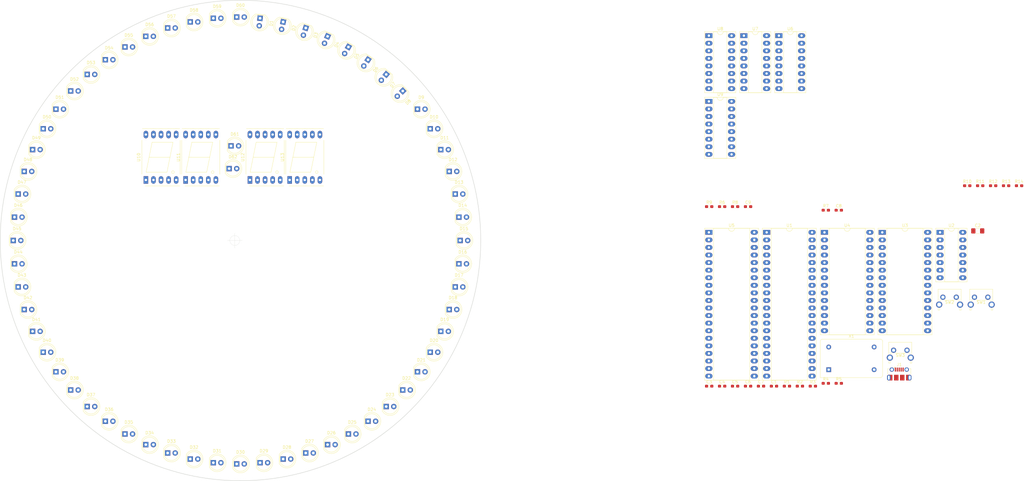
<source format=kicad_pcb>
(kicad_pcb (version 20171130) (host pcbnew 5.1.6)
  (layers (0 F.Cu signal) (31 B.Cu signal) (34 B.Paste user) (35 F.Paste user) (36 B.SilkS user) (37 F.SilkS user) (38 B.Mask user) (39 F.Mask user) (44 Edge.Cuts user))
  (net 0 "")
  (net 1 GND)
  (net 2 "Net-(C1-Pad1)")
  (net 3 +5V)
  (net 4 "Net-(D1-Pad2)")
  (net 5 "Net-(D1-Pad1)")
  (net 6 "Net-(D10-Pad2)")
  (net 7 "Net-(D11-Pad2)")
  (net 8 "Net-(D12-Pad2)")
  (net 9 "Net-(D13-Pad2)")
  (net 10 "Net-(D14-Pad2)")
  (net 11 "Net-(D15-Pad2)")
  (net 12 "Net-(D16-Pad2)")
  (net 13 "Net-(D10-Pad1)")
  (net 14 "Net-(D17-Pad1)")
  (net 15 "Net-(D25-Pad1)")
  (net 16 "Net-(D33-Pad1)")
  (net 17 "Net-(D41-Pad1)")
  (net 18 "Net-(D49-Pad1)")
  (net 19 "Net-(D57-Pad1)")
  (net 20 "Net-(D61-Pad1)")
  (net 21 "Net-(J1-Pad6)")
  (net 22 "Net-(J1-Pad3)")
  (net 23 "Net-(J1-Pad4)")
  (net 24 "Net-(J1-Pad2)")
  (net 25 "Net-(R2-Pad2)")
  (net 26 "Net-(R4-Pad2)")
  (net 27 "Net-(R5-Pad2)")
  (net 28 /LED_matrix/PA3)
  (net 29 /LED_matrix/PB0)
  (net 30 /LED_matrix/PB1)
  (net 31 /LED_matrix/PB2)
  (net 32 /LED_matrix/PB3)
  (net 33 /LED_matrix/PB4)
  (net 34 /LED_matrix/PB5)
  (net 35 /LED_matrix/PB6)
  (net 36 /LED_matrix/PB7)
  (net 37 /A11)
  (net 38 "Net-(U1-Pad39)")
  (net 39 /A10)
  (net 40 "Net-(U1-Pad38)")
  (net 41 /A9)
  (net 42 "Net-(U1-Pad37)")
  (net 43 /A8)
  (net 44 /A7)
  (net 45 "Net-(U1-Pad35)")
  (net 46 /A6)
  (net 47 "Net-(U1-Pad34)")
  (net 48 /A5)
  (net 49 /D0)
  (net 50 /A4)
  (net 51 /D1)
  (net 52 /A3)
  (net 53 /D2)
  (net 54 /A2)
  (net 55 /D3)
  (net 56 /A1)
  (net 57 /D4)
  (net 58 /A0)
  (net 59 /D5)
  (net 60 /D6)
  (net 61 "Net-(U1-Pad7)")
  (net 62 /D7)
  (net 63 /A15)
  (net 64 "Net-(U1-Pad5)")
  (net 65 /A14)
  (net 66 "Net-(U1-Pad4)")
  (net 67 /A13)
  (net 68 "Net-(U1-Pad3)")
  (net 69 /A12)
  (net 70 "Net-(U1-Pad1)")
  (net 71 "Net-(U2-Pad6)")
  (net 72 "Net-(U2-Pad10)")
  (net 73 "Net-(U2-Pad11)")
  (net 74 "Net-(U2-Pad8)")
  (net 75 "Net-(U5-Pad39)")
  (net 76 "Net-(U5-Pad19)")
  (net 77 "Net-(U5-Pad18)")
  (net 78 /LED_matrix/PA7)
  (net 79 /LED_matrix/PA6)
  (net 80 /LED_matrix/PA5)
  (net 81 /LED_matrix/PA4)
  (net 82 "Net-(U5-Pad5)")
  (net 83 "Net-(U5-Pad4)")
  (net 84 "Net-(U6-Pad15)")
  (net 85 "Net-(U6-Pad7)")
  (net 86 "Net-(U6-Pad14)")
  (net 87 "Net-(U6-Pad13)")
  (net 88 "Net-(U6-Pad12)")
  (net 89 "Net-(U6-Pad11)")
  (net 90 "Net-(U6-Pad10)")
  (net 91 "Net-(U6-Pad9)")
  (net 92 "Net-(U8-Pad15)")
  (net 93 "Net-(U8-Pad7)")
  (net 94 "Net-(U8-Pad14)")
  (net 95 "Net-(U8-Pad13)")
  (net 96 "Net-(U8-Pad12)")
  (net 97 "Net-(U8-Pad11)")
  (net 98 "Net-(U8-Pad10)")
  (net 99 "Net-(U8-Pad9)")
  (net 100 "Net-(U10-Pad3)")
  (net 101 "Net-(U11-Pad3)")
  (net 102 "Net-(U12-Pad3)")
  (net 103 "Net-(U13-Pad3)")
  (net 104 "Net-(U9-Pad10)")
  (net 105 "Net-(U10-Pad5)")
  (net 106 "Net-(U11-Pad5)")
  (net 107 "Net-(U12-Pad5)")
  (net 108 "Net-(U13-Pad5)")
  (net 109 "Net-(X1-Pad1)")
  (module Oscillator:Oscillator_DIP-14 (layer F.Cu) (at 357.47 138.625)
    (fp_text reference X1 (at 7.62 -11.26) (layer F.SilkS))
    (fp_text value 1MHz)
    (pad 7 thru_hole circle (at 15.24 0) (size 1.6 1.6) (drill 0.8) (layers *.Cu *.Mask) (net 1 GND))
    (pad 8 thru_hole circle (at 15.24 -7.62) (size 1.6 1.6) (drill 0.8) (layers *.Cu *.Mask) (net 42 "Net-(U1-Pad37)"))
    (pad 14 thru_hole circle (at 0 -7.62) (size 1.6 1.6) (drill 0.8) (layers *.Cu *.Mask) (net 3 +5V))
    (pad 1 thru_hole rect (at 0 0) (size 1.6 1.6) (drill 0.8) (layers *.Cu *.Mask) (net 109 "Net-(X1-Pad1)"))
  )
  (module Display_7Segment:7SegmentLED_LTS6760_LTS6780 (layer F.Cu) (at 176.53 74.93 90)
    (fp_text reference U13 (at 7.62 -2.42 90) (layer F.SilkS))
    (fp_text value KCSC02-107)
    (pad 1 thru_hole rect (at 0 0) (size 1.524 2.524) (drill 0.8) (layers *.Cu *.Mask) (net 9 "Net-(D13-Pad2)"))
    (pad 2 thru_hole oval (at 0 2.54) (size 1.524 2.524) (drill 0.8) (layers *.Cu *.Mask) (net 8 "Net-(D12-Pad2)"))
    (pad 3 thru_hole oval (at 0 5.08) (size 1.524 2.524) (drill 0.8) (layers *.Cu *.Mask) (net 103 "Net-(U13-Pad3)"))
    (pad 4 thru_hole oval (at 0 7.62) (size 1.524 2.524) (drill 0.8) (layers *.Cu *.Mask) (net 7 "Net-(D11-Pad2)"))
    (pad 5 thru_hole oval (at 0 10.16) (size 1.524 2.524) (drill 0.8) (layers *.Cu *.Mask) (net 108 "Net-(U13-Pad5)"))
    (pad 6 thru_hole oval (at 15.24 10.16) (size 1.524 2.524) (drill 0.8) (layers *.Cu *.Mask) (net 6 "Net-(D10-Pad2)"))
    (pad 7 thru_hole oval (at 15.24 7.62) (size 1.524 2.524) (drill 0.8) (layers *.Cu *.Mask) (net 4 "Net-(D1-Pad2)"))
    (pad 8 thru_hole oval (at 15.24 5.08) (size 1.524 2.524) (drill 0.8) (layers *.Cu *.Mask) (net 103 "Net-(U13-Pad3)"))
    (pad 9 thru_hole oval (at 15.24 2.54) (size 1.524 2.524) (drill 0.8) (layers *.Cu *.Mask) (net 10 "Net-(D14-Pad2)"))
    (pad 10 thru_hole oval (at 15.24 0) (size 1.524 2.524) (drill 0.8) (layers *.Cu *.Mask) (net 11 "Net-(D15-Pad2)"))
  )
  (module Display_7Segment:7SegmentLED_LTS6760_LTS6780 (layer F.Cu) (at 163.195 74.93 90)
    (fp_text reference U12 (at 7.62 -2.42 90) (layer F.SilkS))
    (fp_text value KCSC02-107)
    (pad 1 thru_hole rect (at 0 0) (size 1.524 2.524) (drill 0.8) (layers *.Cu *.Mask) (net 9 "Net-(D13-Pad2)"))
    (pad 2 thru_hole oval (at 0 2.54) (size 1.524 2.524) (drill 0.8) (layers *.Cu *.Mask) (net 8 "Net-(D12-Pad2)"))
    (pad 3 thru_hole oval (at 0 5.08) (size 1.524 2.524) (drill 0.8) (layers *.Cu *.Mask) (net 102 "Net-(U12-Pad3)"))
    (pad 4 thru_hole oval (at 0 7.62) (size 1.524 2.524) (drill 0.8) (layers *.Cu *.Mask) (net 7 "Net-(D11-Pad2)"))
    (pad 5 thru_hole oval (at 0 10.16) (size 1.524 2.524) (drill 0.8) (layers *.Cu *.Mask) (net 107 "Net-(U12-Pad5)"))
    (pad 6 thru_hole oval (at 15.24 10.16) (size 1.524 2.524) (drill 0.8) (layers *.Cu *.Mask) (net 6 "Net-(D10-Pad2)"))
    (pad 7 thru_hole oval (at 15.24 7.62) (size 1.524 2.524) (drill 0.8) (layers *.Cu *.Mask) (net 4 "Net-(D1-Pad2)"))
    (pad 8 thru_hole oval (at 15.24 5.08) (size 1.524 2.524) (drill 0.8) (layers *.Cu *.Mask) (net 102 "Net-(U12-Pad3)"))
    (pad 9 thru_hole oval (at 15.24 2.54) (size 1.524 2.524) (drill 0.8) (layers *.Cu *.Mask) (net 10 "Net-(D14-Pad2)"))
    (pad 10 thru_hole oval (at 15.24 0) (size 1.524 2.524) (drill 0.8) (layers *.Cu *.Mask) (net 11 "Net-(D15-Pad2)"))
  )
  (module Display_7Segment:7SegmentLED_LTS6760_LTS6780 (layer F.Cu) (at 141.605 74.93 90)
    (fp_text reference U11 (at 7.62 -2.42 90) (layer F.SilkS))
    (fp_text value KCSC02-107)
    (pad 1 thru_hole rect (at 0 0) (size 1.524 2.524) (drill 0.8) (layers *.Cu *.Mask) (net 9 "Net-(D13-Pad2)"))
    (pad 2 thru_hole oval (at 0 2.54) (size 1.524 2.524) (drill 0.8) (layers *.Cu *.Mask) (net 8 "Net-(D12-Pad2)"))
    (pad 3 thru_hole oval (at 0 5.08) (size 1.524 2.524) (drill 0.8) (layers *.Cu *.Mask) (net 101 "Net-(U11-Pad3)"))
    (pad 4 thru_hole oval (at 0 7.62) (size 1.524 2.524) (drill 0.8) (layers *.Cu *.Mask) (net 7 "Net-(D11-Pad2)"))
    (pad 5 thru_hole oval (at 0 10.16) (size 1.524 2.524) (drill 0.8) (layers *.Cu *.Mask) (net 106 "Net-(U11-Pad5)"))
    (pad 6 thru_hole oval (at 15.24 10.16) (size 1.524 2.524) (drill 0.8) (layers *.Cu *.Mask) (net 6 "Net-(D10-Pad2)"))
    (pad 7 thru_hole oval (at 15.24 7.62) (size 1.524 2.524) (drill 0.8) (layers *.Cu *.Mask) (net 4 "Net-(D1-Pad2)"))
    (pad 8 thru_hole oval (at 15.24 5.08) (size 1.524 2.524) (drill 0.8) (layers *.Cu *.Mask) (net 101 "Net-(U11-Pad3)"))
    (pad 9 thru_hole oval (at 15.24 2.54) (size 1.524 2.524) (drill 0.8) (layers *.Cu *.Mask) (net 10 "Net-(D14-Pad2)"))
    (pad 10 thru_hole oval (at 15.24 0) (size 1.524 2.524) (drill 0.8) (layers *.Cu *.Mask) (net 11 "Net-(D15-Pad2)"))
  )
  (module Display_7Segment:7SegmentLED_LTS6760_LTS6780 (layer F.Cu) (at 128.27 74.93 90)
    (fp_text reference U10 (at 7.62 -2.42 90) (layer F.SilkS))
    (fp_text value KCSC02-107)
    (pad 1 thru_hole rect (at 0 0) (size 1.524 2.524) (drill 0.8) (layers *.Cu *.Mask) (net 9 "Net-(D13-Pad2)"))
    (pad 2 thru_hole oval (at 0 2.54) (size 1.524 2.524) (drill 0.8) (layers *.Cu *.Mask) (net 8 "Net-(D12-Pad2)"))
    (pad 3 thru_hole oval (at 0 5.08) (size 1.524 2.524) (drill 0.8) (layers *.Cu *.Mask) (net 100 "Net-(U10-Pad3)"))
    (pad 4 thru_hole oval (at 0 7.62) (size 1.524 2.524) (drill 0.8) (layers *.Cu *.Mask) (net 7 "Net-(D11-Pad2)"))
    (pad 5 thru_hole oval (at 0 10.16) (size 1.524 2.524) (drill 0.8) (layers *.Cu *.Mask) (net 105 "Net-(U10-Pad5)"))
    (pad 6 thru_hole oval (at 15.24 10.16) (size 1.524 2.524) (drill 0.8) (layers *.Cu *.Mask) (net 6 "Net-(D10-Pad2)"))
    (pad 7 thru_hole oval (at 15.24 7.62) (size 1.524 2.524) (drill 0.8) (layers *.Cu *.Mask) (net 4 "Net-(D1-Pad2)"))
    (pad 8 thru_hole oval (at 15.24 5.08) (size 1.524 2.524) (drill 0.8) (layers *.Cu *.Mask) (net 100 "Net-(U10-Pad3)"))
    (pad 9 thru_hole oval (at 15.24 2.54) (size 1.524 2.524) (drill 0.8) (layers *.Cu *.Mask) (net 10 "Net-(D14-Pad2)"))
    (pad 10 thru_hole oval (at 15.24 0) (size 1.524 2.524) (drill 0.8) (layers *.Cu *.Mask) (net 11 "Net-(D15-Pad2)"))
  )
  (module Package_DIP:DIP-16_W7.62mm_Socket_LongPads (layer F.Cu) (at 317.24 48.555)
    (fp_text reference U9 (at 3.81 -2.33) (layer F.SilkS))
    (fp_text value ULN2003A)
    (pad 16 thru_hole oval (at 7.62 0) (size 2.4 1.6) (drill 0.8) (layers *.Cu *.Mask) (net 19 "Net-(D57-Pad1)"))
    (pad 8 thru_hole oval (at 0 17.78) (size 2.4 1.6) (drill 0.8) (layers *.Cu *.Mask) (net 1 GND))
    (pad 15 thru_hole oval (at 7.62 2.54) (size 2.4 1.6) (drill 0.8) (layers *.Cu *.Mask) (net 20 "Net-(D61-Pad1)"))
    (pad 7 thru_hole oval (at 0 15.24) (size 2.4 1.6) (drill 0.8) (layers *.Cu *.Mask) (net 98 "Net-(U8-Pad10)"))
    (pad 14 thru_hole oval (at 7.62 5.08) (size 2.4 1.6) (drill 0.8) (layers *.Cu *.Mask) (net 100 "Net-(U10-Pad3)"))
    (pad 6 thru_hole oval (at 0 12.7) (size 2.4 1.6) (drill 0.8) (layers *.Cu *.Mask) (net 97 "Net-(U8-Pad11)"))
    (pad 13 thru_hole oval (at 7.62 7.62) (size 2.4 1.6) (drill 0.8) (layers *.Cu *.Mask) (net 101 "Net-(U11-Pad3)"))
    (pad 5 thru_hole oval (at 0 10.16) (size 2.4 1.6) (drill 0.8) (layers *.Cu *.Mask) (net 96 "Net-(U8-Pad12)"))
    (pad 12 thru_hole oval (at 7.62 10.16) (size 2.4 1.6) (drill 0.8) (layers *.Cu *.Mask) (net 102 "Net-(U12-Pad3)"))
    (pad 4 thru_hole oval (at 0 7.62) (size 2.4 1.6) (drill 0.8) (layers *.Cu *.Mask) (net 95 "Net-(U8-Pad13)"))
    (pad 11 thru_hole oval (at 7.62 12.7) (size 2.4 1.6) (drill 0.8) (layers *.Cu *.Mask) (net 103 "Net-(U13-Pad3)"))
    (pad 3 thru_hole oval (at 0 5.08) (size 2.4 1.6) (drill 0.8) (layers *.Cu *.Mask) (net 94 "Net-(U8-Pad14)"))
    (pad 10 thru_hole oval (at 7.62 15.24) (size 2.4 1.6) (drill 0.8) (layers *.Cu *.Mask) (net 104 "Net-(U9-Pad10)"))
    (pad 2 thru_hole oval (at 0 2.54) (size 2.4 1.6) (drill 0.8) (layers *.Cu *.Mask) (net 92 "Net-(U8-Pad15)"))
    (pad 9 thru_hole oval (at 7.62 17.78) (size 2.4 1.6) (drill 0.8) (layers *.Cu *.Mask) (net 3 +5V))
    (pad 1 thru_hole rect (at 0 0) (size 2.4 1.6) (drill 0.8) (layers *.Cu *.Mask) (net 85 "Net-(U6-Pad7)"))
  )
  (module Package_DIP:DIP-16_W7.62mm_Socket_LongPads (layer F.Cu) (at 317.24 26.505)
    (fp_text reference U8 (at 3.81 -2.33) (layer F.SilkS))
    (fp_text value 74HC238)
    (pad 16 thru_hole oval (at 7.62 0) (size 2.4 1.6) (drill 0.8) (layers *.Cu *.Mask) (net 3 +5V))
    (pad 8 thru_hole oval (at 0 17.78) (size 2.4 1.6) (drill 0.8) (layers *.Cu *.Mask) (net 1 GND))
    (pad 15 thru_hole oval (at 7.62 2.54) (size 2.4 1.6) (drill 0.8) (layers *.Cu *.Mask) (net 92 "Net-(U8-Pad15)"))
    (pad 7 thru_hole oval (at 0 15.24) (size 2.4 1.6) (drill 0.8) (layers *.Cu *.Mask) (net 93 "Net-(U8-Pad7)"))
    (pad 14 thru_hole oval (at 7.62 5.08) (size 2.4 1.6) (drill 0.8) (layers *.Cu *.Mask) (net 94 "Net-(U8-Pad14)"))
    (pad 6 thru_hole oval (at 0 12.7) (size 2.4 1.6) (drill 0.8) (layers *.Cu *.Mask) (net 78 /LED_matrix/PA7))
    (pad 13 thru_hole oval (at 7.62 7.62) (size 2.4 1.6) (drill 0.8) (layers *.Cu *.Mask) (net 95 "Net-(U8-Pad13)"))
    (pad 5 thru_hole oval (at 0 10.16) (size 2.4 1.6) (drill 0.8) (layers *.Cu *.Mask) (net 28 /LED_matrix/PA3))
    (pad 12 thru_hole oval (at 7.62 10.16) (size 2.4 1.6) (drill 0.8) (layers *.Cu *.Mask) (net 96 "Net-(U8-Pad12)"))
    (pad 4 thru_hole oval (at 0 7.62) (size 2.4 1.6) (drill 0.8) (layers *.Cu *.Mask) (net 28 /LED_matrix/PA3))
    (pad 11 thru_hole oval (at 7.62 12.7) (size 2.4 1.6) (drill 0.8) (layers *.Cu *.Mask) (net 97 "Net-(U8-Pad11)"))
    (pad 3 thru_hole oval (at 0 5.08) (size 2.4 1.6) (drill 0.8) (layers *.Cu *.Mask) (net 79 /LED_matrix/PA6))
    (pad 10 thru_hole oval (at 7.62 15.24) (size 2.4 1.6) (drill 0.8) (layers *.Cu *.Mask) (net 98 "Net-(U8-Pad10)"))
    (pad 2 thru_hole oval (at 0 2.54) (size 2.4 1.6) (drill 0.8) (layers *.Cu *.Mask) (net 80 /LED_matrix/PA5))
    (pad 9 thru_hole oval (at 7.62 17.78) (size 2.4 1.6) (drill 0.8) (layers *.Cu *.Mask) (net 99 "Net-(U8-Pad9)"))
    (pad 1 thru_hole rect (at 0 0) (size 2.4 1.6) (drill 0.8) (layers *.Cu *.Mask) (net 81 /LED_matrix/PA4))
  )
  (module Package_DIP:DIP-16_W7.62mm_Socket_LongPads (layer F.Cu) (at 328.99 26.505)
    (fp_text reference U7 (at 3.81 -2.33) (layer F.SilkS))
    (fp_text value ULN2003A)
    (pad 16 thru_hole oval (at 7.62 0) (size 2.4 1.6) (drill 0.8) (layers *.Cu *.Mask) (net 5 "Net-(D1-Pad1)"))
    (pad 8 thru_hole oval (at 0 17.78) (size 2.4 1.6) (drill 0.8) (layers *.Cu *.Mask) (net 1 GND))
    (pad 15 thru_hole oval (at 7.62 2.54) (size 2.4 1.6) (drill 0.8) (layers *.Cu *.Mask) (net 13 "Net-(D10-Pad1)"))
    (pad 7 thru_hole oval (at 0 15.24) (size 2.4 1.6) (drill 0.8) (layers *.Cu *.Mask) (net 91 "Net-(U6-Pad9)"))
    (pad 14 thru_hole oval (at 7.62 5.08) (size 2.4 1.6) (drill 0.8) (layers *.Cu *.Mask) (net 14 "Net-(D17-Pad1)"))
    (pad 6 thru_hole oval (at 0 12.7) (size 2.4 1.6) (drill 0.8) (layers *.Cu *.Mask) (net 90 "Net-(U6-Pad10)"))
    (pad 13 thru_hole oval (at 7.62 7.62) (size 2.4 1.6) (drill 0.8) (layers *.Cu *.Mask) (net 15 "Net-(D25-Pad1)"))
    (pad 5 thru_hole oval (at 0 10.16) (size 2.4 1.6) (drill 0.8) (layers *.Cu *.Mask) (net 89 "Net-(U6-Pad11)"))
    (pad 12 thru_hole oval (at 7.62 10.16) (size 2.4 1.6) (drill 0.8) (layers *.Cu *.Mask) (net 16 "Net-(D33-Pad1)"))
    (pad 4 thru_hole oval (at 0 7.62) (size 2.4 1.6) (drill 0.8) (layers *.Cu *.Mask) (net 88 "Net-(U6-Pad12)"))
    (pad 11 thru_hole oval (at 7.62 12.7) (size 2.4 1.6) (drill 0.8) (layers *.Cu *.Mask) (net 17 "Net-(D41-Pad1)"))
    (pad 3 thru_hole oval (at 0 5.08) (size 2.4 1.6) (drill 0.8) (layers *.Cu *.Mask) (net 87 "Net-(U6-Pad13)"))
    (pad 10 thru_hole oval (at 7.62 15.24) (size 2.4 1.6) (drill 0.8) (layers *.Cu *.Mask) (net 18 "Net-(D49-Pad1)"))
    (pad 2 thru_hole oval (at 0 2.54) (size 2.4 1.6) (drill 0.8) (layers *.Cu *.Mask) (net 86 "Net-(U6-Pad14)"))
    (pad 9 thru_hole oval (at 7.62 17.78) (size 2.4 1.6) (drill 0.8) (layers *.Cu *.Mask) (net 3 +5V))
    (pad 1 thru_hole rect (at 0 0) (size 2.4 1.6) (drill 0.8) (layers *.Cu *.Mask) (net 84 "Net-(U6-Pad15)"))
  )
  (module Package_DIP:DIP-16_W7.62mm_Socket_LongPads (layer F.Cu) (at 340.74 26.505)
    (fp_text reference U6 (at 3.81 -2.33) (layer F.SilkS))
    (fp_text value 74HC238)
    (pad 16 thru_hole oval (at 7.62 0) (size 2.4 1.6) (drill 0.8) (layers *.Cu *.Mask) (net 3 +5V))
    (pad 8 thru_hole oval (at 0 17.78) (size 2.4 1.6) (drill 0.8) (layers *.Cu *.Mask) (net 1 GND))
    (pad 15 thru_hole oval (at 7.62 2.54) (size 2.4 1.6) (drill 0.8) (layers *.Cu *.Mask) (net 84 "Net-(U6-Pad15)"))
    (pad 7 thru_hole oval (at 0 15.24) (size 2.4 1.6) (drill 0.8) (layers *.Cu *.Mask) (net 85 "Net-(U6-Pad7)"))
    (pad 14 thru_hole oval (at 7.62 5.08) (size 2.4 1.6) (drill 0.8) (layers *.Cu *.Mask) (net 86 "Net-(U6-Pad14)"))
    (pad 6 thru_hole oval (at 0 12.7) (size 2.4 1.6) (drill 0.8) (layers *.Cu *.Mask) (net 3 +5V))
    (pad 13 thru_hole oval (at 7.62 7.62) (size 2.4 1.6) (drill 0.8) (layers *.Cu *.Mask) (net 87 "Net-(U6-Pad13)"))
    (pad 5 thru_hole oval (at 0 10.16) (size 2.4 1.6) (drill 0.8) (layers *.Cu *.Mask) (net 28 /LED_matrix/PA3))
    (pad 12 thru_hole oval (at 7.62 10.16) (size 2.4 1.6) (drill 0.8) (layers *.Cu *.Mask) (net 88 "Net-(U6-Pad12)"))
    (pad 4 thru_hole oval (at 0 7.62) (size 2.4 1.6) (drill 0.8) (layers *.Cu *.Mask) (net 78 /LED_matrix/PA7))
    (pad 11 thru_hole oval (at 7.62 12.7) (size 2.4 1.6) (drill 0.8) (layers *.Cu *.Mask) (net 89 "Net-(U6-Pad11)"))
    (pad 3 thru_hole oval (at 0 5.08) (size 2.4 1.6) (drill 0.8) (layers *.Cu *.Mask) (net 79 /LED_matrix/PA6))
    (pad 10 thru_hole oval (at 7.62 15.24) (size 2.4 1.6) (drill 0.8) (layers *.Cu *.Mask) (net 90 "Net-(U6-Pad10)"))
    (pad 2 thru_hole oval (at 0 2.54) (size 2.4 1.6) (drill 0.8) (layers *.Cu *.Mask) (net 80 /LED_matrix/PA5))
    (pad 9 thru_hole oval (at 7.62 17.78) (size 2.4 1.6) (drill 0.8) (layers *.Cu *.Mask) (net 91 "Net-(U6-Pad9)"))
    (pad 1 thru_hole rect (at 0 0) (size 2.4 1.6) (drill 0.8) (layers *.Cu *.Mask) (net 81 /LED_matrix/PA4))
  )
  (module Package_DIP:DIP-40_W15.24mm_Socket_LongPads (layer F.Cu) (at 317.24 92.515)
    (fp_text reference U5 (at 7.62 -2.33) (layer F.SilkS))
    (fp_text value W65C22)
    (pad 40 thru_hole oval (at 15.24 0) (size 2.4 1.6) (drill 0.8) (layers *.Cu *.Mask) (net 73 "Net-(U2-Pad11)"))
    (pad 20 thru_hole oval (at 0 48.26) (size 2.4 1.6) (drill 0.8) (layers *.Cu *.Mask) (net 3 +5V))
    (pad 39 thru_hole oval (at 15.24 2.54) (size 2.4 1.6) (drill 0.8) (layers *.Cu *.Mask) (net 75 "Net-(U5-Pad39)"))
    (pad 19 thru_hole oval (at 0 45.72) (size 2.4 1.6) (drill 0.8) (layers *.Cu *.Mask) (net 76 "Net-(U5-Pad19)"))
    (pad 38 thru_hole oval (at 15.24 5.08) (size 2.4 1.6) (drill 0.8) (layers *.Cu *.Mask) (net 58 /A0))
    (pad 18 thru_hole oval (at 0 43.18) (size 2.4 1.6) (drill 0.8) (layers *.Cu *.Mask) (net 77 "Net-(U5-Pad18)"))
    (pad 37 thru_hole oval (at 15.24 7.62) (size 2.4 1.6) (drill 0.8) (layers *.Cu *.Mask) (net 56 /A1))
    (pad 17 thru_hole oval (at 0 40.64) (size 2.4 1.6) (drill 0.8) (layers *.Cu *.Mask) (net 36 /LED_matrix/PB7))
    (pad 36 thru_hole oval (at 15.24 10.16) (size 2.4 1.6) (drill 0.8) (layers *.Cu *.Mask) (net 54 /A2))
    (pad 16 thru_hole oval (at 0 38.1) (size 2.4 1.6) (drill 0.8) (layers *.Cu *.Mask) (net 35 /LED_matrix/PB6))
    (pad 35 thru_hole oval (at 15.24 12.7) (size 2.4 1.6) (drill 0.8) (layers *.Cu *.Mask) (net 52 /A3))
    (pad 15 thru_hole oval (at 0 35.56) (size 2.4 1.6) (drill 0.8) (layers *.Cu *.Mask) (net 34 /LED_matrix/PB5))
    (pad 34 thru_hole oval (at 15.24 15.24) (size 2.4 1.6) (drill 0.8) (layers *.Cu *.Mask) (net 2 "Net-(C1-Pad1)"))
    (pad 14 thru_hole oval (at 0 33.02) (size 2.4 1.6) (drill 0.8) (layers *.Cu *.Mask) (net 33 /LED_matrix/PB4))
    (pad 33 thru_hole oval (at 15.24 17.78) (size 2.4 1.6) (drill 0.8) (layers *.Cu *.Mask) (net 49 /D0))
    (pad 13 thru_hole oval (at 0 30.48) (size 2.4 1.6) (drill 0.8) (layers *.Cu *.Mask) (net 32 /LED_matrix/PB3))
    (pad 32 thru_hole oval (at 15.24 20.32) (size 2.4 1.6) (drill 0.8) (layers *.Cu *.Mask) (net 51 /D1))
    (pad 12 thru_hole oval (at 0 27.94) (size 2.4 1.6) (drill 0.8) (layers *.Cu *.Mask) (net 31 /LED_matrix/PB2))
    (pad 31 thru_hole oval (at 15.24 22.86) (size 2.4 1.6) (drill 0.8) (layers *.Cu *.Mask) (net 53 /D2))
    (pad 11 thru_hole oval (at 0 25.4) (size 2.4 1.6) (drill 0.8) (layers *.Cu *.Mask) (net 30 /LED_matrix/PB1))
    (pad 30 thru_hole oval (at 15.24 25.4) (size 2.4 1.6) (drill 0.8) (layers *.Cu *.Mask) (net 55 /D3))
    (pad 10 thru_hole oval (at 0 22.86) (size 2.4 1.6) (drill 0.8) (layers *.Cu *.Mask) (net 29 /LED_matrix/PB0))
    (pad 29 thru_hole oval (at 15.24 27.94) (size 2.4 1.6) (drill 0.8) (layers *.Cu *.Mask) (net 57 /D4))
    (pad 9 thru_hole oval (at 0 20.32) (size 2.4 1.6) (drill 0.8) (layers *.Cu *.Mask) (net 78 /LED_matrix/PA7))
    (pad 28 thru_hole oval (at 15.24 30.48) (size 2.4 1.6) (drill 0.8) (layers *.Cu *.Mask) (net 59 /D5))
    (pad 8 thru_hole oval (at 0 17.78) (size 2.4 1.6) (drill 0.8) (layers *.Cu *.Mask) (net 79 /LED_matrix/PA6))
    (pad 27 thru_hole oval (at 15.24 33.02) (size 2.4 1.6) (drill 0.8) (layers *.Cu *.Mask) (net 60 /D6))
    (pad 7 thru_hole oval (at 0 15.24) (size 2.4 1.6) (drill 0.8) (layers *.Cu *.Mask) (net 80 /LED_matrix/PA5))
    (pad 26 thru_hole oval (at 15.24 35.56) (size 2.4 1.6) (drill 0.8) (layers *.Cu *.Mask) (net 62 /D7))
    (pad 6 thru_hole oval (at 0 12.7) (size 2.4 1.6) (drill 0.8) (layers *.Cu *.Mask) (net 81 /LED_matrix/PA4))
    (pad 25 thru_hole oval (at 15.24 38.1) (size 2.4 1.6) (drill 0.8) (layers *.Cu *.Mask) (net 42 "Net-(U1-Pad37)"))
    (pad 5 thru_hole oval (at 0 10.16) (size 2.4 1.6) (drill 0.8) (layers *.Cu *.Mask) (net 82 "Net-(U5-Pad5)"))
    (pad 24 thru_hole oval (at 15.24 40.64) (size 2.4 1.6) (drill 0.8) (layers *.Cu *.Mask) (net 67 /A13))
    (pad 4 thru_hole oval (at 0 7.62) (size 2.4 1.6) (drill 0.8) (layers *.Cu *.Mask) (net 83 "Net-(U5-Pad4)"))
    (pad 23 thru_hole oval (at 15.24 43.18) (size 2.4 1.6) (drill 0.8) (layers *.Cu *.Mask) (net 71 "Net-(U2-Pad6)"))
    (pad 3 thru_hole oval (at 0 5.08) (size 2.4 1.6) (drill 0.8) (layers *.Cu *.Mask) (net 27 "Net-(R5-Pad2)"))
    (pad 22 thru_hole oval (at 15.24 45.72) (size 2.4 1.6) (drill 0.8) (layers *.Cu *.Mask) (net 47 "Net-(U1-Pad34)"))
    (pad 2 thru_hole oval (at 0 2.54) (size 2.4 1.6) (drill 0.8) (layers *.Cu *.Mask) (net 26 "Net-(R4-Pad2)"))
    (pad 21 thru_hole oval (at 15.24 48.26) (size 2.4 1.6) (drill 0.8) (layers *.Cu *.Mask) (net 66 "Net-(U1-Pad4)"))
    (pad 1 thru_hole rect (at 0 0) (size 2.4 1.6) (drill 0.8) (layers *.Cu *.Mask) (net 1 GND))
  )
  (module Package_DIP:DIP-28_W15.24mm_Socket_LongPads (layer F.Cu) (at 356.04 92.515)
    (fp_text reference U4 (at 7.62 -2.33) (layer F.SilkS))
    (fp_text value 62256)
    (pad 28 thru_hole oval (at 15.24 0) (size 2.4 1.6) (drill 0.8) (layers *.Cu *.Mask) (net 3 +5V))
    (pad 14 thru_hole oval (at 0 33.02) (size 2.4 1.6) (drill 0.8) (layers *.Cu *.Mask) (net 1 GND))
    (pad 27 thru_hole oval (at 15.24 2.54) (size 2.4 1.6) (drill 0.8) (layers *.Cu *.Mask) (net 47 "Net-(U1-Pad34)"))
    (pad 13 thru_hole oval (at 0 30.48) (size 2.4 1.6) (drill 0.8) (layers *.Cu *.Mask) (net 53 /D2))
    (pad 26 thru_hole oval (at 15.24 5.08) (size 2.4 1.6) (drill 0.8) (layers *.Cu *.Mask) (net 67 /A13))
    (pad 12 thru_hole oval (at 0 27.94) (size 2.4 1.6) (drill 0.8) (layers *.Cu *.Mask) (net 51 /D1))
    (pad 25 thru_hole oval (at 15.24 7.62) (size 2.4 1.6) (drill 0.8) (layers *.Cu *.Mask) (net 43 /A8))
    (pad 11 thru_hole oval (at 0 25.4) (size 2.4 1.6) (drill 0.8) (layers *.Cu *.Mask) (net 49 /D0))
    (pad 24 thru_hole oval (at 15.24 10.16) (size 2.4 1.6) (drill 0.8) (layers *.Cu *.Mask) (net 41 /A9))
    (pad 10 thru_hole oval (at 0 22.86) (size 2.4 1.6) (drill 0.8) (layers *.Cu *.Mask) (net 58 /A0))
    (pad 23 thru_hole oval (at 15.24 12.7) (size 2.4 1.6) (drill 0.8) (layers *.Cu *.Mask) (net 37 /A11))
    (pad 9 thru_hole oval (at 0 20.32) (size 2.4 1.6) (drill 0.8) (layers *.Cu *.Mask) (net 56 /A1))
    (pad 22 thru_hole oval (at 15.24 15.24) (size 2.4 1.6) (drill 0.8) (layers *.Cu *.Mask) (net 65 /A14))
    (pad 8 thru_hole oval (at 0 17.78) (size 2.4 1.6) (drill 0.8) (layers *.Cu *.Mask) (net 54 /A2))
    (pad 21 thru_hole oval (at 15.24 17.78) (size 2.4 1.6) (drill 0.8) (layers *.Cu *.Mask) (net 39 /A10))
    (pad 7 thru_hole oval (at 0 15.24) (size 2.4 1.6) (drill 0.8) (layers *.Cu *.Mask) (net 52 /A3))
    (pad 20 thru_hole oval (at 15.24 20.32) (size 2.4 1.6) (drill 0.8) (layers *.Cu *.Mask) (net 74 "Net-(U2-Pad8)"))
    (pad 6 thru_hole oval (at 0 12.7) (size 2.4 1.6) (drill 0.8) (layers *.Cu *.Mask) (net 50 /A4))
    (pad 19 thru_hole oval (at 15.24 22.86) (size 2.4 1.6) (drill 0.8) (layers *.Cu *.Mask) (net 62 /D7))
    (pad 5 thru_hole oval (at 0 10.16) (size 2.4 1.6) (drill 0.8) (layers *.Cu *.Mask) (net 48 /A5))
    (pad 18 thru_hole oval (at 15.24 25.4) (size 2.4 1.6) (drill 0.8) (layers *.Cu *.Mask) (net 60 /D6))
    (pad 4 thru_hole oval (at 0 7.62) (size 2.4 1.6) (drill 0.8) (layers *.Cu *.Mask) (net 46 /A6))
    (pad 17 thru_hole oval (at 15.24 27.94) (size 2.4 1.6) (drill 0.8) (layers *.Cu *.Mask) (net 59 /D5))
    (pad 3 thru_hole oval (at 0 5.08) (size 2.4 1.6) (drill 0.8) (layers *.Cu *.Mask) (net 44 /A7))
    (pad 16 thru_hole oval (at 15.24 30.48) (size 2.4 1.6) (drill 0.8) (layers *.Cu *.Mask) (net 57 /D4))
    (pad 2 thru_hole oval (at 0 2.54) (size 2.4 1.6) (drill 0.8) (layers *.Cu *.Mask) (net 69 /A12))
    (pad 15 thru_hole oval (at 15.24 33.02) (size 2.4 1.6) (drill 0.8) (layers *.Cu *.Mask) (net 55 /D3))
    (pad 1 thru_hole rect (at 0 0) (size 2.4 1.6) (drill 0.8) (layers *.Cu *.Mask) (net 65 /A14))
  )
  (module Package_DIP:DIP-28_W15.24mm_Socket_LongPads (layer F.Cu) (at 375.44 92.515)
    (fp_text reference U3 (at 7.62 -2.33) (layer F.SilkS))
    (fp_text value 28C256)
    (pad 28 thru_hole oval (at 15.24 0) (size 2.4 1.6) (drill 0.8) (layers *.Cu *.Mask) (net 3 +5V))
    (pad 14 thru_hole oval (at 0 33.02) (size 2.4 1.6) (drill 0.8) (layers *.Cu *.Mask) (net 1 GND))
    (pad 27 thru_hole oval (at 15.24 2.54) (size 2.4 1.6) (drill 0.8) (layers *.Cu *.Mask) (net 3 +5V))
    (pad 13 thru_hole oval (at 0 30.48) (size 2.4 1.6) (drill 0.8) (layers *.Cu *.Mask) (net 53 /D2))
    (pad 26 thru_hole oval (at 15.24 5.08) (size 2.4 1.6) (drill 0.8) (layers *.Cu *.Mask) (net 67 /A13))
    (pad 12 thru_hole oval (at 0 27.94) (size 2.4 1.6) (drill 0.8) (layers *.Cu *.Mask) (net 51 /D1))
    (pad 25 thru_hole oval (at 15.24 7.62) (size 2.4 1.6) (drill 0.8) (layers *.Cu *.Mask) (net 43 /A8))
    (pad 11 thru_hole oval (at 0 25.4) (size 2.4 1.6) (drill 0.8) (layers *.Cu *.Mask) (net 49 /D0))
    (pad 24 thru_hole oval (at 15.24 10.16) (size 2.4 1.6) (drill 0.8) (layers *.Cu *.Mask) (net 41 /A9))
    (pad 10 thru_hole oval (at 0 22.86) (size 2.4 1.6) (drill 0.8) (layers *.Cu *.Mask) (net 58 /A0))
    (pad 23 thru_hole oval (at 15.24 12.7) (size 2.4 1.6) (drill 0.8) (layers *.Cu *.Mask) (net 37 /A11))
    (pad 9 thru_hole oval (at 0 20.32) (size 2.4 1.6) (drill 0.8) (layers *.Cu *.Mask) (net 56 /A1))
    (pad 22 thru_hole oval (at 15.24 15.24) (size 2.4 1.6) (drill 0.8) (layers *.Cu *.Mask) (net 1 GND))
    (pad 8 thru_hole oval (at 0 17.78) (size 2.4 1.6) (drill 0.8) (layers *.Cu *.Mask) (net 54 /A2))
    (pad 21 thru_hole oval (at 15.24 17.78) (size 2.4 1.6) (drill 0.8) (layers *.Cu *.Mask) (net 39 /A10))
    (pad 7 thru_hole oval (at 0 15.24) (size 2.4 1.6) (drill 0.8) (layers *.Cu *.Mask) (net 52 /A3))
    (pad 20 thru_hole oval (at 15.24 20.32) (size 2.4 1.6) (drill 0.8) (layers *.Cu *.Mask) (net 72 "Net-(U2-Pad10)"))
    (pad 6 thru_hole oval (at 0 12.7) (size 2.4 1.6) (drill 0.8) (layers *.Cu *.Mask) (net 50 /A4))
    (pad 19 thru_hole oval (at 15.24 22.86) (size 2.4 1.6) (drill 0.8) (layers *.Cu *.Mask) (net 62 /D7))
    (pad 5 thru_hole oval (at 0 10.16) (size 2.4 1.6) (drill 0.8) (layers *.Cu *.Mask) (net 48 /A5))
    (pad 18 thru_hole oval (at 15.24 25.4) (size 2.4 1.6) (drill 0.8) (layers *.Cu *.Mask) (net 60 /D6))
    (pad 4 thru_hole oval (at 0 7.62) (size 2.4 1.6) (drill 0.8) (layers *.Cu *.Mask) (net 46 /A6))
    (pad 17 thru_hole oval (at 15.24 27.94) (size 2.4 1.6) (drill 0.8) (layers *.Cu *.Mask) (net 59 /D5))
    (pad 3 thru_hole oval (at 0 5.08) (size 2.4 1.6) (drill 0.8) (layers *.Cu *.Mask) (net 44 /A7))
    (pad 16 thru_hole oval (at 15.24 30.48) (size 2.4 1.6) (drill 0.8) (layers *.Cu *.Mask) (net 57 /D4))
    (pad 2 thru_hole oval (at 0 2.54) (size 2.4 1.6) (drill 0.8) (layers *.Cu *.Mask) (net 69 /A12))
    (pad 15 thru_hole oval (at 15.24 33.02) (size 2.4 1.6) (drill 0.8) (layers *.Cu *.Mask) (net 55 /D3))
    (pad 1 thru_hole rect (at 0 0) (size 2.4 1.6) (drill 0.8) (layers *.Cu *.Mask) (net 65 /A14))
  )
  (module Package_DIP:DIP-14_W7.62mm_Socket_LongPads (layer F.Cu) (at 394.84 92.515)
    (fp_text reference U2 (at 3.81 -2.33) (layer F.SilkS))
    (fp_text value 7400)
    (pad 14 thru_hole oval (at 7.62 0) (size 2.4 1.6) (drill 0.8) (layers *.Cu *.Mask) (net 3 +5V))
    (pad 7 thru_hole oval (at 0 15.24) (size 2.4 1.6) (drill 0.8) (layers *.Cu *.Mask) (net 1 GND))
    (pad 13 thru_hole oval (at 7.62 2.54) (size 2.4 1.6) (drill 0.8) (layers *.Cu *.Mask) (net 27 "Net-(R5-Pad2)"))
    (pad 6 thru_hole oval (at 0 12.7) (size 2.4 1.6) (drill 0.8) (layers *.Cu *.Mask) (net 71 "Net-(U2-Pad6)"))
    (pad 12 thru_hole oval (at 7.62 5.08) (size 2.4 1.6) (drill 0.8) (layers *.Cu *.Mask) (net 26 "Net-(R4-Pad2)"))
    (pad 5 thru_hole oval (at 0 10.16) (size 2.4 1.6) (drill 0.8) (layers *.Cu *.Mask) (net 72 "Net-(U2-Pad10)"))
    (pad 11 thru_hole oval (at 7.62 7.62) (size 2.4 1.6) (drill 0.8) (layers *.Cu *.Mask) (net 73 "Net-(U2-Pad11)"))
    (pad 4 thru_hole oval (at 0 7.62) (size 2.4 1.6) (drill 0.8) (layers *.Cu *.Mask) (net 65 /A14))
    (pad 10 thru_hole oval (at 7.62 10.16) (size 2.4 1.6) (drill 0.8) (layers *.Cu *.Mask) (net 72 "Net-(U2-Pad10)"))
    (pad 3 thru_hole oval (at 0 5.08) (size 2.4 1.6) (drill 0.8) (layers *.Cu *.Mask) (net 72 "Net-(U2-Pad10)"))
    (pad 9 thru_hole oval (at 7.62 12.7) (size 2.4 1.6) (drill 0.8) (layers *.Cu *.Mask) (net 42 "Net-(U1-Pad37)"))
    (pad 2 thru_hole oval (at 0 2.54) (size 2.4 1.6) (drill 0.8) (layers *.Cu *.Mask) (net 63 /A15))
    (pad 8 thru_hole oval (at 7.62 15.24) (size 2.4 1.6) (drill 0.8) (layers *.Cu *.Mask) (net 74 "Net-(U2-Pad8)"))
    (pad 1 thru_hole rect (at 0 0) (size 2.4 1.6) (drill 0.8) (layers *.Cu *.Mask) (net 63 /A15))
  )
  (module Package_DIP:DIP-40_W15.24mm_Socket_LongPads (layer F.Cu) (at 336.64 92.515)
    (fp_text reference U1 (at 7.62 -2.33) (layer F.SilkS))
    (fp_text value W65C02)
    (pad 40 thru_hole oval (at 15.24 0) (size 2.4 1.6) (drill 0.8) (layers *.Cu *.Mask) (net 2 "Net-(C1-Pad1)"))
    (pad 20 thru_hole oval (at 0 48.26) (size 2.4 1.6) (drill 0.8) (layers *.Cu *.Mask) (net 37 /A11))
    (pad 39 thru_hole oval (at 15.24 2.54) (size 2.4 1.6) (drill 0.8) (layers *.Cu *.Mask) (net 38 "Net-(U1-Pad39)"))
    (pad 19 thru_hole oval (at 0 45.72) (size 2.4 1.6) (drill 0.8) (layers *.Cu *.Mask) (net 39 /A10))
    (pad 38 thru_hole oval (at 15.24 5.08) (size 2.4 1.6) (drill 0.8) (layers *.Cu *.Mask) (net 40 "Net-(U1-Pad38)"))
    (pad 18 thru_hole oval (at 0 43.18) (size 2.4 1.6) (drill 0.8) (layers *.Cu *.Mask) (net 41 /A9))
    (pad 37 thru_hole oval (at 15.24 7.62) (size 2.4 1.6) (drill 0.8) (layers *.Cu *.Mask) (net 42 "Net-(U1-Pad37)"))
    (pad 17 thru_hole oval (at 0 40.64) (size 2.4 1.6) (drill 0.8) (layers *.Cu *.Mask) (net 43 /A8))
    (pad 36 thru_hole oval (at 15.24 10.16) (size 2.4 1.6) (drill 0.8) (layers *.Cu *.Mask) (net 3 +5V))
    (pad 16 thru_hole oval (at 0 38.1) (size 2.4 1.6) (drill 0.8) (layers *.Cu *.Mask) (net 44 /A7))
    (pad 35 thru_hole oval (at 15.24 12.7) (size 2.4 1.6) (drill 0.8) (layers *.Cu *.Mask) (net 45 "Net-(U1-Pad35)"))
    (pad 15 thru_hole oval (at 0 35.56) (size 2.4 1.6) (drill 0.8) (layers *.Cu *.Mask) (net 46 /A6))
    (pad 34 thru_hole oval (at 15.24 15.24) (size 2.4 1.6) (drill 0.8) (layers *.Cu *.Mask) (net 47 "Net-(U1-Pad34)"))
    (pad 14 thru_hole oval (at 0 33.02) (size 2.4 1.6) (drill 0.8) (layers *.Cu *.Mask) (net 48 /A5))
    (pad 33 thru_hole oval (at 15.24 17.78) (size 2.4 1.6) (drill 0.8) (layers *.Cu *.Mask) (net 49 /D0))
    (pad 13 thru_hole oval (at 0 30.48) (size 2.4 1.6) (drill 0.8) (layers *.Cu *.Mask) (net 50 /A4))
    (pad 32 thru_hole oval (at 15.24 20.32) (size 2.4 1.6) (drill 0.8) (layers *.Cu *.Mask) (net 51 /D1))
    (pad 12 thru_hole oval (at 0 27.94) (size 2.4 1.6) (drill 0.8) (layers *.Cu *.Mask) (net 52 /A3))
    (pad 31 thru_hole oval (at 15.24 22.86) (size 2.4 1.6) (drill 0.8) (layers *.Cu *.Mask) (net 53 /D2))
    (pad 11 thru_hole oval (at 0 25.4) (size 2.4 1.6) (drill 0.8) (layers *.Cu *.Mask) (net 54 /A2))
    (pad 30 thru_hole oval (at 15.24 25.4) (size 2.4 1.6) (drill 0.8) (layers *.Cu *.Mask) (net 55 /D3))
    (pad 10 thru_hole oval (at 0 22.86) (size 2.4 1.6) (drill 0.8) (layers *.Cu *.Mask) (net 56 /A1))
    (pad 29 thru_hole oval (at 15.24 27.94) (size 2.4 1.6) (drill 0.8) (layers *.Cu *.Mask) (net 57 /D4))
    (pad 9 thru_hole oval (at 0 20.32) (size 2.4 1.6) (drill 0.8) (layers *.Cu *.Mask) (net 58 /A0))
    (pad 28 thru_hole oval (at 15.24 30.48) (size 2.4 1.6) (drill 0.8) (layers *.Cu *.Mask) (net 59 /D5))
    (pad 8 thru_hole oval (at 0 17.78) (size 2.4 1.6) (drill 0.8) (layers *.Cu *.Mask) (net 3 +5V))
    (pad 27 thru_hole oval (at 15.24 33.02) (size 2.4 1.6) (drill 0.8) (layers *.Cu *.Mask) (net 60 /D6))
    (pad 7 thru_hole oval (at 0 15.24) (size 2.4 1.6) (drill 0.8) (layers *.Cu *.Mask) (net 61 "Net-(U1-Pad7)"))
    (pad 26 thru_hole oval (at 15.24 35.56) (size 2.4 1.6) (drill 0.8) (layers *.Cu *.Mask) (net 62 /D7))
    (pad 6 thru_hole oval (at 0 12.7) (size 2.4 1.6) (drill 0.8) (layers *.Cu *.Mask) (net 3 +5V))
    (pad 25 thru_hole oval (at 15.24 38.1) (size 2.4 1.6) (drill 0.8) (layers *.Cu *.Mask) (net 63 /A15))
    (pad 5 thru_hole oval (at 0 10.16) (size 2.4 1.6) (drill 0.8) (layers *.Cu *.Mask) (net 64 "Net-(U1-Pad5)"))
    (pad 24 thru_hole oval (at 15.24 40.64) (size 2.4 1.6) (drill 0.8) (layers *.Cu *.Mask) (net 65 /A14))
    (pad 4 thru_hole oval (at 0 7.62) (size 2.4 1.6) (drill 0.8) (layers *.Cu *.Mask) (net 66 "Net-(U1-Pad4)"))
    (pad 23 thru_hole oval (at 15.24 43.18) (size 2.4 1.6) (drill 0.8) (layers *.Cu *.Mask) (net 67 /A13))
    (pad 3 thru_hole oval (at 0 5.08) (size 2.4 1.6) (drill 0.8) (layers *.Cu *.Mask) (net 68 "Net-(U1-Pad3)"))
    (pad 22 thru_hole oval (at 15.24 45.72) (size 2.4 1.6) (drill 0.8) (layers *.Cu *.Mask) (net 69 /A12))
    (pad 2 thru_hole oval (at 0 2.54) (size 2.4 1.6) (drill 0.8) (layers *.Cu *.Mask) (net 25 "Net-(R2-Pad2)"))
    (pad 21 thru_hole oval (at 15.24 48.26) (size 2.4 1.6) (drill 0.8) (layers *.Cu *.Mask) (net 1 GND))
    (pad 1 thru_hole rect (at 0 0) (size 2.4 1.6) (drill 0.8) (layers *.Cu *.Mask) (net 70 "Net-(U1-Pad1)"))
  )
  (module Button_Switch_THT:SW_Tactile_SPST_Angled_PTS645Vx39-2LFS (layer F.Cu) (at 379.24 132.09)
    (fp_text reference SW3 (at 2.25 1.68) (layer F.SilkS))
    (fp_text value SW_Push)
    (pad "" thru_hole circle (at -1.25 2.49) (size 2.1 2.1) (drill 1.3) (layers *.Cu *.Mask))
    (pad 1 thru_hole circle (at 0 0) (size 1.75 1.75) (drill 0.99) (layers *.Cu *.Mask) (net 27 "Net-(R5-Pad2)"))
    (pad 2 thru_hole circle (at 4.5 0) (size 1.75 1.75) (drill 0.99) (layers *.Cu *.Mask) (net 1 GND))
    (pad "" thru_hole circle (at 5.76 2.49) (size 2.1 2.1) (drill 1.3) (layers *.Cu *.Mask))
  )
  (module Button_Switch_THT:SW_Tactile_SPST_Angled_PTS645Vx39-2LFS (layer F.Cu) (at 395.79 114.29)
    (fp_text reference SW2 (at 2.25 1.68) (layer F.SilkS))
    (fp_text value SW_Push)
    (pad "" thru_hole circle (at -1.25 2.49) (size 2.1 2.1) (drill 1.3) (layers *.Cu *.Mask))
    (pad 1 thru_hole circle (at 0 0) (size 1.75 1.75) (drill 0.99) (layers *.Cu *.Mask) (net 26 "Net-(R4-Pad2)"))
    (pad 2 thru_hole circle (at 4.5 0) (size 1.75 1.75) (drill 0.99) (layers *.Cu *.Mask) (net 1 GND))
    (pad "" thru_hole circle (at 5.76 2.49) (size 2.1 2.1) (drill 1.3) (layers *.Cu *.Mask))
  )
  (module Button_Switch_THT:SW_Tactile_SPST_Angled_PTS645Vx39-2LFS (layer F.Cu) (at 406.39 114.29)
    (fp_text reference SW1 (at 2.25 1.68) (layer F.SilkS))
    (fp_text value SW_Push)
    (pad "" thru_hole circle (at -1.25 2.49) (size 2.1 2.1) (drill 1.3) (layers *.Cu *.Mask))
    (pad 1 thru_hole circle (at 0 0) (size 1.75 1.75) (drill 0.99) (layers *.Cu *.Mask) (net 1 GND))
    (pad 2 thru_hole circle (at 4.5 0) (size 1.75 1.75) (drill 0.99) (layers *.Cu *.Mask) (net 2 "Net-(C1-Pad1)"))
    (pad "" thru_hole circle (at 5.76 2.49) (size 2.1 2.1) (drill 1.3) (layers *.Cu *.Mask))
  )
  (module Resistor_SMD:R_0603_1608Metric_Pad1.05x0.95mm_HandSolder (layer F.Cu) (at 421.355 76.865)
    (fp_text reference R14 (at 0 -1.43) (layer F.SilkS))
    (fp_text value 220)
    (pad 2 smd roundrect (at 0.875 0) (size 1.05 0.95) (layers F.Cu F.Paste F.Mask) (net 36 /LED_matrix/PB7))
    (pad 1 smd roundrect (at -0.875 0) (size 1.05 0.95) (layers F.Cu F.Paste F.Mask) (net 12 "Net-(D16-Pad2)"))
  )
  (module Resistor_SMD:R_0603_1608Metric_Pad1.05x0.95mm_HandSolder (layer F.Cu) (at 417.005 76.865)
    (fp_text reference R13 (at 0 -1.43) (layer F.SilkS))
    (fp_text value 220)
    (pad 2 smd roundrect (at 0.875 0) (size 1.05 0.95) (layers F.Cu F.Paste F.Mask) (net 35 /LED_matrix/PB6))
    (pad 1 smd roundrect (at -0.875 0) (size 1.05 0.95) (layers F.Cu F.Paste F.Mask) (net 11 "Net-(D15-Pad2)"))
  )
  (module Resistor_SMD:R_0603_1608Metric_Pad1.05x0.95mm_HandSolder (layer F.Cu) (at 412.655 76.865)
    (fp_text reference R12 (at 0 -1.43) (layer F.SilkS))
    (fp_text value 220)
    (pad 2 smd roundrect (at 0.875 0) (size 1.05 0.95) (layers F.Cu F.Paste F.Mask) (net 34 /LED_matrix/PB5))
    (pad 1 smd roundrect (at -0.875 0) (size 1.05 0.95) (layers F.Cu F.Paste F.Mask) (net 10 "Net-(D14-Pad2)"))
  )
  (module Resistor_SMD:R_0603_1608Metric_Pad1.05x0.95mm_HandSolder (layer F.Cu) (at 408.305 76.865)
    (fp_text reference R11 (at 0 -1.43) (layer F.SilkS))
    (fp_text value 220)
    (pad 2 smd roundrect (at 0.875 0) (size 1.05 0.95) (layers F.Cu F.Paste F.Mask) (net 33 /LED_matrix/PB4))
    (pad 1 smd roundrect (at -0.875 0) (size 1.05 0.95) (layers F.Cu F.Paste F.Mask) (net 9 "Net-(D13-Pad2)"))
  )
  (module Resistor_SMD:R_0603_1608Metric_Pad1.05x0.95mm_HandSolder (layer F.Cu) (at 403.955 76.865)
    (fp_text reference R10 (at 0 -1.43) (layer F.SilkS))
    (fp_text value 220)
    (pad 2 smd roundrect (at 0.875 0) (size 1.05 0.95) (layers F.Cu F.Paste F.Mask) (net 32 /LED_matrix/PB3))
    (pad 1 smd roundrect (at -0.875 0) (size 1.05 0.95) (layers F.Cu F.Paste F.Mask) (net 8 "Net-(D12-Pad2)"))
  )
  (module Resistor_SMD:R_0603_1608Metric_Pad1.05x0.95mm_HandSolder (layer F.Cu) (at 317.34 83.885)
    (fp_text reference R9 (at 0 -1.43) (layer F.SilkS))
    (fp_text value 220)
    (pad 2 smd roundrect (at 0.875 0) (size 1.05 0.95) (layers F.Cu F.Paste F.Mask) (net 31 /LED_matrix/PB2))
    (pad 1 smd roundrect (at -0.875 0) (size 1.05 0.95) (layers F.Cu F.Paste F.Mask) (net 7 "Net-(D11-Pad2)"))
  )
  (module Resistor_SMD:R_0603_1608Metric_Pad1.05x0.95mm_HandSolder (layer F.Cu) (at 326.04 83.885)
    (fp_text reference R8 (at 0 -1.43) (layer F.SilkS))
    (fp_text value 220)
    (pad 2 smd roundrect (at 0.875 0) (size 1.05 0.95) (layers F.Cu F.Paste F.Mask) (net 30 /LED_matrix/PB1))
    (pad 1 smd roundrect (at -0.875 0) (size 1.05 0.95) (layers F.Cu F.Paste F.Mask) (net 6 "Net-(D10-Pad2)"))
  )
  (module Resistor_SMD:R_0603_1608Metric_Pad1.05x0.95mm_HandSolder (layer F.Cu) (at 356.49 85.085)
    (fp_text reference R7 (at 0 -1.43) (layer F.SilkS))
    (fp_text value 220)
    (pad 2 smd roundrect (at 0.875 0) (size 1.05 0.95) (layers F.Cu F.Paste F.Mask) (net 29 /LED_matrix/PB0))
    (pad 1 smd roundrect (at -0.875 0) (size 1.05 0.95) (layers F.Cu F.Paste F.Mask) (net 4 "Net-(D1-Pad2)"))
  )
  (module Resistor_SMD:R_0603_1608Metric_Pad1.05x0.95mm_HandSolder (layer F.Cu) (at 321.69 83.885)
    (fp_text reference R6 (at 0 -1.43) (layer F.SilkS))
    (fp_text value R_Small)
    (pad 2 smd roundrect (at 0.875 0) (size 1.05 0.95) (layers F.Cu F.Paste F.Mask) (net 28 /LED_matrix/PA3))
    (pad 1 smd roundrect (at -0.875 0) (size 1.05 0.95) (layers F.Cu F.Paste F.Mask) (net 3 +5V))
  )
  (module Resistor_SMD:R_0603_1608Metric_Pad1.05x0.95mm_HandSolder (layer F.Cu) (at 360.84 143.195)
    (fp_text reference R5 (at 0 -1.43) (layer F.SilkS))
    (fp_text value R_Small)
    (pad 2 smd roundrect (at 0.875 0) (size 1.05 0.95) (layers F.Cu F.Paste F.Mask) (net 27 "Net-(R5-Pad2)"))
    (pad 1 smd roundrect (at -0.875 0) (size 1.05 0.95) (layers F.Cu F.Paste F.Mask) (net 3 +5V))
  )
  (module Resistor_SMD:R_0603_1608Metric_Pad1.05x0.95mm_HandSolder (layer F.Cu) (at 356.49 143.195)
    (fp_text reference R4 (at 0 -1.43) (layer F.SilkS))
    (fp_text value R_Small)
    (pad 2 smd roundrect (at 0.875 0) (size 1.05 0.95) (layers F.Cu F.Paste F.Mask) (net 26 "Net-(R4-Pad2)"))
    (pad 1 smd roundrect (at -0.875 0) (size 1.05 0.95) (layers F.Cu F.Paste F.Mask) (net 3 +5V))
  )
  (module Resistor_SMD:R_0603_1608Metric_Pad1.05x0.95mm_HandSolder (layer F.Cu) (at 352.14 144.145)
    (fp_text reference R3 (at 0 -1.43) (layer F.SilkS))
    (fp_text value R_Small)
    (pad 2 smd roundrect (at 0.875 0) (size 1.05 0.95) (layers F.Cu F.Paste F.Mask) (net 1 GND))
    (pad 1 smd roundrect (at -0.875 0) (size 1.05 0.95) (layers F.Cu F.Paste F.Mask) (net 21 "Net-(J1-Pad6)"))
  )
  (module Resistor_SMD:R_0603_1608Metric_Pad1.05x0.95mm_HandSolder (layer F.Cu) (at 347.79 144.145)
    (fp_text reference R2 (at 0 -1.43) (layer F.SilkS))
    (fp_text value R_Small)
    (pad 2 smd roundrect (at 0.875 0) (size 1.05 0.95) (layers F.Cu F.Paste F.Mask) (net 25 "Net-(R2-Pad2)"))
    (pad 1 smd roundrect (at -0.875 0) (size 1.05 0.95) (layers F.Cu F.Paste F.Mask) (net 3 +5V))
  )
  (module Resistor_SMD:R_0603_1608Metric_Pad1.05x0.95mm_HandSolder (layer F.Cu) (at 343.44 144.145)
    (fp_text reference R1 (at 0 -1.43) (layer F.SilkS))
    (fp_text value R_Small)
    (pad 2 smd roundrect (at 0.875 0) (size 1.05 0.95) (layers F.Cu F.Paste F.Mask) (net 2 "Net-(C1-Pad1)"))
    (pad 1 smd roundrect (at -0.875 0) (size 1.05 0.95) (layers F.Cu F.Paste F.Mask) (net 3 +5V))
  )
  (module Connector_USB:USB_Micro-B_Molex-105017-0001 (layer F.Cu) (at 381.14 140.045)
    (fp_text reference J1 (at 0 -3.1125) (layer F.SilkS))
    (fp_text value USB_B_Micro)
    (pad 6 smd rect (at -2.9 1.2375) (size 1.2 1.9) (layers F.Cu F.Mask) (net 21 "Net-(J1-Pad6)"))
    (pad 6 smd rect (at 2.9 1.2375) (size 1.2 1.9) (layers F.Cu F.Mask) (net 21 "Net-(J1-Pad6)"))
    (pad 6 thru_hole oval (at 3.5 1.2375) (size 1.2 1.9) (drill oval 0.6 1.3) (layers *.Cu *.Mask) (net 21 "Net-(J1-Pad6)"))
    (pad 6 thru_hole oval (at -3.5 1.2375 180) (size 1.2 1.9) (drill oval 0.6 1.3) (layers *.Cu *.Mask) (net 21 "Net-(J1-Pad6)"))
    (pad 6 smd rect (at -1 1.2375) (size 1.5 1.9) (layers F.Cu F.Paste F.Mask) (net 21 "Net-(J1-Pad6)"))
    (pad 6 thru_hole circle (at 2.5 -1.4625) (size 1.45 1.45) (drill 0.85) (layers *.Cu *.Mask) (net 21 "Net-(J1-Pad6)"))
    (pad 3 smd rect (at 0 -1.4625) (size 0.4 1.35) (layers F.Cu F.Paste F.Mask) (net 22 "Net-(J1-Pad3)"))
    (pad 4 smd rect (at 0.65 -1.4625) (size 0.4 1.35) (layers F.Cu F.Paste F.Mask) (net 23 "Net-(J1-Pad4)"))
    (pad 5 smd rect (at 1.3 -1.4625) (size 0.4 1.35) (layers F.Cu F.Paste F.Mask) (net 1 GND))
    (pad 1 smd rect (at -1.3 -1.4625) (size 0.4 1.35) (layers F.Cu F.Paste F.Mask) (net 3 +5V))
    (pad 2 smd rect (at -0.65 -1.4625) (size 0.4 1.35) (layers F.Cu F.Paste F.Mask) (net 24 "Net-(J1-Pad2)"))
    (pad 6 thru_hole circle (at -2.5 -1.4625) (size 1.45 1.45) (drill 0.85) (layers *.Cu *.Mask) (net 21 "Net-(J1-Pad6)"))
    (pad 6 smd rect (at 1 1.2375) (size 1.5 1.9) (layers F.Cu F.Paste F.Mask) (net 21 "Net-(J1-Pad6)"))
  )
  (module LED_THT:LED_D5.0mm (layer F.Cu) (at 156.21 71.12)
    (fp_text reference D62 (at 1.27 -3.96) (layer F.SilkS))
    (fp_text value LED_Small)
    (pad 2 thru_hole circle (at 2.54 0) (size 1.8 1.8) (drill 0.9) (layers *.Cu *.Mask) (net 12 "Net-(D16-Pad2)"))
    (pad 1 thru_hole rect (at 0 0) (size 1.8 1.8) (drill 0.9) (layers *.Cu *.Mask) (net 20 "Net-(D61-Pad1)"))
  )
  (module LED_THT:LED_D5.0mm (layer F.Cu) (at 156.845 63.5)
    (fp_text reference D61 (at 1.27 -3.96) (layer F.SilkS))
    (fp_text value LED_Small)
    (pad 2 thru_hole circle (at 2.54 0) (size 1.8 1.8) (drill 0.9) (layers *.Cu *.Mask) (net 11 "Net-(D15-Pad2)"))
    (pad 1 thru_hole rect (at 0 0) (size 1.8 1.8) (drill 0.9) (layers *.Cu *.Mask) (net 20 "Net-(D61-Pad1)"))
  )
  (module LED_THT:LED_D5.0mm (layer F.Cu) (at 158.75 20.25)
    (fp_text reference D60 (at 1.27 -3.96) (layer F.SilkS))
    (fp_text value LED_Small)
    (pad 2 thru_hole circle (at 2.54 0) (size 1.8 1.8) (drill 0.9) (layers *.Cu *.Mask) (net 8 "Net-(D12-Pad2)"))
    (pad 1 thru_hole rect (at 0 0) (size 1.8 1.8) (drill 0.9) (layers *.Cu *.Mask) (net 19 "Net-(D57-Pad1)"))
  )
  (module LED_THT:LED_D5.0mm (layer F.Cu) (at 150.910366 20.660858)
    (fp_text reference D59 (at 1.27 -3.96) (layer F.SilkS))
    (fp_text value LED_Small)
    (pad 2 thru_hole circle (at 2.54 0) (size 1.8 1.8) (drill 0.9) (layers *.Cu *.Mask) (net 7 "Net-(D11-Pad2)"))
    (pad 1 thru_hole rect (at 0 0) (size 1.8 1.8) (drill 0.9) (layers *.Cu *.Mask) (net 19 "Net-(D57-Pad1)"))
  )
  (module LED_THT:LED_D5.0mm (layer F.Cu) (at 143.156624 21.88893)
    (fp_text reference D58 (at 1.27 -3.96) (layer F.SilkS))
    (fp_text value LED_Small)
    (pad 2 thru_hole circle (at 2.54 0) (size 1.8 1.8) (drill 0.9) (layers *.Cu *.Mask) (net 6 "Net-(D10-Pad2)"))
    (pad 1 thru_hole rect (at 0 0) (size 1.8 1.8) (drill 0.9) (layers *.Cu *.Mask) (net 19 "Net-(D57-Pad1)"))
  )
  (module LED_THT:LED_D5.0mm (layer F.Cu) (at 135.573726 23.920762)
    (fp_text reference D57 (at 1.27 -3.96) (layer F.SilkS))
    (fp_text value LED_Small)
    (pad 2 thru_hole circle (at 2.54 0) (size 1.8 1.8) (drill 0.9) (layers *.Cu *.Mask) (net 4 "Net-(D1-Pad2)"))
    (pad 1 thru_hole rect (at 0 0) (size 1.8 1.8) (drill 0.9) (layers *.Cu *.Mask) (net 19 "Net-(D57-Pad1)"))
  )
  (module LED_THT:LED_D5.0mm (layer F.Cu) (at 128.244752 26.734091)
    (fp_text reference D56 (at 1.27 -3.96) (layer F.SilkS))
    (fp_text value LED_Small)
    (pad 2 thru_hole circle (at 2.54 0) (size 1.8 1.8) (drill 0.9) (layers *.Cu *.Mask) (net 12 "Net-(D16-Pad2)"))
    (pad 1 thru_hole rect (at 0 0) (size 1.8 1.8) (drill 0.9) (layers *.Cu *.Mask) (net 18 "Net-(D49-Pad1)"))
  )
  (module LED_THT:LED_D5.0mm (layer F.Cu) (at 121.25 30.298095)
    (fp_text reference D55 (at 1.27 -3.96) (layer F.SilkS))
    (fp_text value LED_Small)
    (pad 2 thru_hole circle (at 2.54 0) (size 1.8 1.8) (drill 0.9) (layers *.Cu *.Mask) (net 11 "Net-(D15-Pad2)"))
    (pad 1 thru_hole rect (at 0 0) (size 1.8 1.8) (drill 0.9) (layers *.Cu *.Mask) (net 18 "Net-(D49-Pad1)"))
  )
  (module LED_THT:LED_D5.0mm (layer F.Cu) (at 114.666107 34.573726)
    (fp_text reference D54 (at 1.27 -3.96) (layer F.SilkS))
    (fp_text value LED_Small)
    (pad 2 thru_hole circle (at 2.54 0) (size 1.8 1.8) (drill 0.9) (layers *.Cu *.Mask) (net 10 "Net-(D14-Pad2)"))
    (pad 1 thru_hole rect (at 0 0) (size 1.8 1.8) (drill 0.9) (layers *.Cu *.Mask) (net 18 "Net-(D49-Pad1)"))
  )
  (module LED_THT:LED_D5.0mm (layer F.Cu) (at 108.565205 39.514139)
    (fp_text reference D53 (at 1.27 -3.96) (layer F.SilkS))
    (fp_text value LED_Small)
    (pad 2 thru_hole circle (at 2.54 0) (size 1.8 1.8) (drill 0.9) (layers *.Cu *.Mask) (net 9 "Net-(D13-Pad2)"))
    (pad 1 thru_hole rect (at 0 0) (size 1.8 1.8) (drill 0.9) (layers *.Cu *.Mask) (net 18 "Net-(D49-Pad1)"))
  )
  (module LED_THT:LED_D5.0mm (layer F.Cu) (at 103.014139 45.065205)
    (fp_text reference D52 (at 1.27 -3.96) (layer F.SilkS))
    (fp_text value LED_Small)
    (pad 2 thru_hole circle (at 2.54 0) (size 1.8 1.8) (drill 0.9) (layers *.Cu *.Mask) (net 8 "Net-(D12-Pad2)"))
    (pad 1 thru_hole rect (at 0 0) (size 1.8 1.8) (drill 0.9) (layers *.Cu *.Mask) (net 18 "Net-(D49-Pad1)"))
  )
  (module LED_THT:LED_D5.0mm (layer F.Cu) (at 98.073726 51.166107)
    (fp_text reference D51 (at 1.27 -3.96) (layer F.SilkS))
    (fp_text value LED_Small)
    (pad 2 thru_hole circle (at 2.54 0) (size 1.8 1.8) (drill 0.9) (layers *.Cu *.Mask) (net 7 "Net-(D11-Pad2)"))
    (pad 1 thru_hole rect (at 0 0) (size 1.8 1.8) (drill 0.9) (layers *.Cu *.Mask) (net 18 "Net-(D49-Pad1)"))
  )
  (module LED_THT:LED_D5.0mm (layer F.Cu) (at 93.798095 57.75)
    (fp_text reference D50 (at 1.27 -3.96) (layer F.SilkS))
    (fp_text value LED_Small)
    (pad 2 thru_hole circle (at 2.54 0) (size 1.8 1.8) (drill 0.9) (layers *.Cu *.Mask) (net 6 "Net-(D10-Pad2)"))
    (pad 1 thru_hole rect (at 0 0) (size 1.8 1.8) (drill 0.9) (layers *.Cu *.Mask) (net 18 "Net-(D49-Pad1)"))
  )
  (module LED_THT:LED_D5.0mm (layer F.Cu) (at 90.234091 64.744752)
    (fp_text reference D49 (at 1.27 -3.96) (layer F.SilkS))
    (fp_text value LED_Small)
    (pad 2 thru_hole circle (at 2.54 0) (size 1.8 1.8) (drill 0.9) (layers *.Cu *.Mask) (net 4 "Net-(D1-Pad2)"))
    (pad 1 thru_hole rect (at 0 0) (size 1.8 1.8) (drill 0.9) (layers *.Cu *.Mask) (net 18 "Net-(D49-Pad1)"))
  )
  (module LED_THT:LED_D5.0mm (layer F.Cu) (at 87.420762 72.073726)
    (fp_text reference D48 (at 1.27 -3.96) (layer F.SilkS))
    (fp_text value LED_Small)
    (pad 2 thru_hole circle (at 2.54 0) (size 1.8 1.8) (drill 0.9) (layers *.Cu *.Mask) (net 12 "Net-(D16-Pad2)"))
    (pad 1 thru_hole rect (at 0 0) (size 1.8 1.8) (drill 0.9) (layers *.Cu *.Mask) (net 17 "Net-(D41-Pad1)"))
  )
  (module LED_THT:LED_D5.0mm (layer F.Cu) (at 85.38893 79.656624)
    (fp_text reference D47 (at 1.27 -3.96) (layer F.SilkS))
    (fp_text value LED_Small)
    (pad 2 thru_hole circle (at 2.54 0) (size 1.8 1.8) (drill 0.9) (layers *.Cu *.Mask) (net 11 "Net-(D15-Pad2)"))
    (pad 1 thru_hole rect (at 0 0) (size 1.8 1.8) (drill 0.9) (layers *.Cu *.Mask) (net 17 "Net-(D41-Pad1)"))
  )
  (module LED_THT:LED_D5.0mm (layer F.Cu) (at 84.160858 87.410366)
    (fp_text reference D46 (at 1.27 -3.96) (layer F.SilkS))
    (fp_text value LED_Small)
    (pad 2 thru_hole circle (at 2.54 0) (size 1.8 1.8) (drill 0.9) (layers *.Cu *.Mask) (net 10 "Net-(D14-Pad2)"))
    (pad 1 thru_hole rect (at 0 0) (size 1.8 1.8) (drill 0.9) (layers *.Cu *.Mask) (net 17 "Net-(D41-Pad1)"))
  )
  (module LED_THT:LED_D5.0mm (layer F.Cu) (at 83.75 95.25)
    (fp_text reference D45 (at 1.27 -3.96) (layer F.SilkS))
    (fp_text value LED_Small)
    (pad 2 thru_hole circle (at 2.54 0) (size 1.8 1.8) (drill 0.9) (layers *.Cu *.Mask) (net 9 "Net-(D13-Pad2)"))
    (pad 1 thru_hole rect (at 0 0) (size 1.8 1.8) (drill 0.9) (layers *.Cu *.Mask) (net 17 "Net-(D41-Pad1)"))
  )
  (module LED_THT:LED_D5.0mm (layer F.Cu) (at 84.160858 103.089634)
    (fp_text reference D44 (at 1.27 -3.96) (layer F.SilkS))
    (fp_text value LED_Small)
    (pad 2 thru_hole circle (at 2.54 0) (size 1.8 1.8) (drill 0.9) (layers *.Cu *.Mask) (net 8 "Net-(D12-Pad2)"))
    (pad 1 thru_hole rect (at 0 0) (size 1.8 1.8) (drill 0.9) (layers *.Cu *.Mask) (net 17 "Net-(D41-Pad1)"))
  )
  (module LED_THT:LED_D5.0mm (layer F.Cu) (at 85.38893 110.843376)
    (fp_text reference D43 (at 1.27 -3.96) (layer F.SilkS))
    (fp_text value LED_Small)
    (pad 2 thru_hole circle (at 2.54 0) (size 1.8 1.8) (drill 0.9) (layers *.Cu *.Mask) (net 7 "Net-(D11-Pad2)"))
    (pad 1 thru_hole rect (at 0 0) (size 1.8 1.8) (drill 0.9) (layers *.Cu *.Mask) (net 17 "Net-(D41-Pad1)"))
  )
  (module LED_THT:LED_D5.0mm (layer F.Cu) (at 87.420762 118.426274)
    (fp_text reference D42 (at 1.27 -3.96) (layer F.SilkS))
    (fp_text value LED_Small)
    (pad 2 thru_hole circle (at 2.54 0) (size 1.8 1.8) (drill 0.9) (layers *.Cu *.Mask) (net 6 "Net-(D10-Pad2)"))
    (pad 1 thru_hole rect (at 0 0) (size 1.8 1.8) (drill 0.9) (layers *.Cu *.Mask) (net 17 "Net-(D41-Pad1)"))
  )
  (module LED_THT:LED_D5.0mm (layer F.Cu) (at 90.234091 125.755248)
    (fp_text reference D41 (at 1.27 -3.96) (layer F.SilkS))
    (fp_text value LED_Small)
    (pad 2 thru_hole circle (at 2.54 0) (size 1.8 1.8) (drill 0.9) (layers *.Cu *.Mask) (net 4 "Net-(D1-Pad2)"))
    (pad 1 thru_hole rect (at 0 0) (size 1.8 1.8) (drill 0.9) (layers *.Cu *.Mask) (net 17 "Net-(D41-Pad1)"))
  )
  (module LED_THT:LED_D5.0mm (layer F.Cu) (at 93.798095 132.749999)
    (fp_text reference D40 (at 1.27 -3.96) (layer F.SilkS))
    (fp_text value LED_Small)
    (pad 2 thru_hole circle (at 2.54 0) (size 1.8 1.8) (drill 0.9) (layers *.Cu *.Mask) (net 12 "Net-(D16-Pad2)"))
    (pad 1 thru_hole rect (at 0 0) (size 1.8 1.8) (drill 0.9) (layers *.Cu *.Mask) (net 16 "Net-(D33-Pad1)"))
  )
  (module LED_THT:LED_D5.0mm (layer F.Cu) (at 98.073726 139.333893)
    (fp_text reference D39 (at 1.27 -3.96) (layer F.SilkS))
    (fp_text value LED_Small)
    (pad 2 thru_hole circle (at 2.54 0) (size 1.8 1.8) (drill 0.9) (layers *.Cu *.Mask) (net 11 "Net-(D15-Pad2)"))
    (pad 1 thru_hole rect (at 0 0) (size 1.8 1.8) (drill 0.9) (layers *.Cu *.Mask) (net 16 "Net-(D33-Pad1)"))
  )
  (module LED_THT:LED_D5.0mm (layer F.Cu) (at 103.014139 145.434795)
    (fp_text reference D38 (at 1.27 -3.96) (layer F.SilkS))
    (fp_text value LED_Small)
    (pad 2 thru_hole circle (at 2.54 0) (size 1.8 1.8) (drill 0.9) (layers *.Cu *.Mask) (net 10 "Net-(D14-Pad2)"))
    (pad 1 thru_hole rect (at 0 0) (size 1.8 1.8) (drill 0.9) (layers *.Cu *.Mask) (net 16 "Net-(D33-Pad1)"))
  )
  (module LED_THT:LED_D5.0mm (layer F.Cu) (at 108.565205 150.985861)
    (fp_text reference D37 (at 1.27 -3.96) (layer F.SilkS))
    (fp_text value LED_Small)
    (pad 2 thru_hole circle (at 2.54 0) (size 1.8 1.8) (drill 0.9) (layers *.Cu *.Mask) (net 9 "Net-(D13-Pad2)"))
    (pad 1 thru_hole rect (at 0 0) (size 1.8 1.8) (drill 0.9) (layers *.Cu *.Mask) (net 16 "Net-(D33-Pad1)"))
  )
  (module LED_THT:LED_D5.0mm (layer F.Cu) (at 114.666107 155.926274)
    (fp_text reference D36 (at 1.27 -3.96) (layer F.SilkS))
    (fp_text value LED_Small)
    (pad 2 thru_hole circle (at 2.54 0) (size 1.8 1.8) (drill 0.9) (layers *.Cu *.Mask) (net 8 "Net-(D12-Pad2)"))
    (pad 1 thru_hole rect (at 0 0) (size 1.8 1.8) (drill 0.9) (layers *.Cu *.Mask) (net 16 "Net-(D33-Pad1)"))
  )
  (module LED_THT:LED_D5.0mm (layer F.Cu) (at 121.250001 160.201905)
    (fp_text reference D35 (at 1.27 -3.96) (layer F.SilkS))
    (fp_text value LED_Small)
    (pad 2 thru_hole circle (at 2.54 0) (size 1.8 1.8) (drill 0.9) (layers *.Cu *.Mask) (net 7 "Net-(D11-Pad2)"))
    (pad 1 thru_hole rect (at 0 0) (size 1.8 1.8) (drill 0.9) (layers *.Cu *.Mask) (net 16 "Net-(D33-Pad1)"))
  )
  (module LED_THT:LED_D5.0mm (layer F.Cu) (at 128.244752 163.765909)
    (fp_text reference D34 (at 1.27 -3.96) (layer F.SilkS))
    (fp_text value LED_Small)
    (pad 2 thru_hole circle (at 2.54 0) (size 1.8 1.8) (drill 0.9) (layers *.Cu *.Mask) (net 6 "Net-(D10-Pad2)"))
    (pad 1 thru_hole rect (at 0 0) (size 1.8 1.8) (drill 0.9) (layers *.Cu *.Mask) (net 16 "Net-(D33-Pad1)"))
  )
  (module LED_THT:LED_D5.0mm (layer F.Cu) (at 135.573726 166.579238)
    (fp_text reference D33 (at 1.27 -3.96) (layer F.SilkS))
    (fp_text value LED_Small)
    (pad 2 thru_hole circle (at 2.54 0) (size 1.8 1.8) (drill 0.9) (layers *.Cu *.Mask) (net 4 "Net-(D1-Pad2)"))
    (pad 1 thru_hole rect (at 0 0) (size 1.8 1.8) (drill 0.9) (layers *.Cu *.Mask) (net 16 "Net-(D33-Pad1)"))
  )
  (module LED_THT:LED_D5.0mm (layer F.Cu) (at 143.156624 168.61107)
    (fp_text reference D32 (at 1.27 -3.96) (layer F.SilkS))
    (fp_text value LED_Small)
    (pad 2 thru_hole circle (at 2.54 0) (size 1.8 1.8) (drill 0.9) (layers *.Cu *.Mask) (net 12 "Net-(D16-Pad2)"))
    (pad 1 thru_hole rect (at 0 0) (size 1.8 1.8) (drill 0.9) (layers *.Cu *.Mask) (net 15 "Net-(D25-Pad1)"))
  )
  (module LED_THT:LED_D5.0mm (layer F.Cu) (at 150.910366 169.839142)
    (fp_text reference D31 (at 1.27 -3.96) (layer F.SilkS))
    (fp_text value LED_Small)
    (pad 2 thru_hole circle (at 2.54 0) (size 1.8 1.8) (drill 0.9) (layers *.Cu *.Mask) (net 11 "Net-(D15-Pad2)"))
    (pad 1 thru_hole rect (at 0 0) (size 1.8 1.8) (drill 0.9) (layers *.Cu *.Mask) (net 15 "Net-(D25-Pad1)"))
  )
  (module LED_THT:LED_D5.0mm (layer F.Cu) (at 158.75 170.25)
    (fp_text reference D30 (at 1.27 -3.96) (layer F.SilkS))
    (fp_text value LED_Small)
    (pad 2 thru_hole circle (at 2.54 0) (size 1.8 1.8) (drill 0.9) (layers *.Cu *.Mask) (net 10 "Net-(D14-Pad2)"))
    (pad 1 thru_hole rect (at 0 0) (size 1.8 1.8) (drill 0.9) (layers *.Cu *.Mask) (net 15 "Net-(D25-Pad1)"))
  )
  (module LED_THT:LED_D5.0mm (layer F.Cu) (at 166.589634 169.839142)
    (fp_text reference D29 (at 1.27 -3.96) (layer F.SilkS))
    (fp_text value LED_Small)
    (pad 2 thru_hole circle (at 2.54 0) (size 1.8 1.8) (drill 0.9) (layers *.Cu *.Mask) (net 9 "Net-(D13-Pad2)"))
    (pad 1 thru_hole rect (at 0 0) (size 1.8 1.8) (drill 0.9) (layers *.Cu *.Mask) (net 15 "Net-(D25-Pad1)"))
  )
  (module LED_THT:LED_D5.0mm (layer F.Cu) (at 174.343376 168.61107)
    (fp_text reference D28 (at 1.27 -3.96) (layer F.SilkS))
    (fp_text value LED_Small)
    (pad 2 thru_hole circle (at 2.54 0) (size 1.8 1.8) (drill 0.9) (layers *.Cu *.Mask) (net 8 "Net-(D12-Pad2)"))
    (pad 1 thru_hole rect (at 0 0) (size 1.8 1.8) (drill 0.9) (layers *.Cu *.Mask) (net 15 "Net-(D25-Pad1)"))
  )
  (module LED_THT:LED_D5.0mm (layer F.Cu) (at 181.926274 166.579238)
    (fp_text reference D27 (at 1.27 -3.96) (layer F.SilkS))
    (fp_text value LED_Small)
    (pad 2 thru_hole circle (at 2.54 0) (size 1.8 1.8) (drill 0.9) (layers *.Cu *.Mask) (net 7 "Net-(D11-Pad2)"))
    (pad 1 thru_hole rect (at 0 0) (size 1.8 1.8) (drill 0.9) (layers *.Cu *.Mask) (net 15 "Net-(D25-Pad1)"))
  )
  (module LED_THT:LED_D5.0mm (layer F.Cu) (at 189.255248 163.765909)
    (fp_text reference D26 (at 1.27 -3.96) (layer F.SilkS))
    (fp_text value LED_Small)
    (pad 2 thru_hole circle (at 2.54 0) (size 1.8 1.8) (drill 0.9) (layers *.Cu *.Mask) (net 6 "Net-(D10-Pad2)"))
    (pad 1 thru_hole rect (at 0 0) (size 1.8 1.8) (drill 0.9) (layers *.Cu *.Mask) (net 15 "Net-(D25-Pad1)"))
  )
  (module LED_THT:LED_D5.0mm (layer F.Cu) (at 196.25 160.201905)
    (fp_text reference D25 (at 1.27 -3.96) (layer F.SilkS))
    (fp_text value LED_Small)
    (pad 2 thru_hole circle (at 2.54 0) (size 1.8 1.8) (drill 0.9) (layers *.Cu *.Mask) (net 4 "Net-(D1-Pad2)"))
    (pad 1 thru_hole rect (at 0 0) (size 1.8 1.8) (drill 0.9) (layers *.Cu *.Mask) (net 15 "Net-(D25-Pad1)"))
  )
  (module LED_THT:LED_D5.0mm (layer F.Cu) (at 202.833893 155.926274)
    (fp_text reference D24 (at 1.27 -3.96) (layer F.SilkS))
    (fp_text value LED_Small)
    (pad 2 thru_hole circle (at 2.54 0) (size 1.8 1.8) (drill 0.9) (layers *.Cu *.Mask) (net 12 "Net-(D16-Pad2)"))
    (pad 1 thru_hole rect (at 0 0) (size 1.8 1.8) (drill 0.9) (layers *.Cu *.Mask) (net 14 "Net-(D17-Pad1)"))
  )
  (module LED_THT:LED_D5.0mm (layer F.Cu) (at 208.934795 150.985861)
    (fp_text reference D23 (at 1.27 -3.96) (layer F.SilkS))
    (fp_text value LED_Small)
    (pad 2 thru_hole circle (at 2.54 0) (size 1.8 1.8) (drill 0.9) (layers *.Cu *.Mask) (net 11 "Net-(D15-Pad2)"))
    (pad 1 thru_hole rect (at 0 0) (size 1.8 1.8) (drill 0.9) (layers *.Cu *.Mask) (net 14 "Net-(D17-Pad1)"))
  )
  (module LED_THT:LED_D5.0mm (layer F.Cu) (at 214.485861 145.434795)
    (fp_text reference D22 (at 1.27 -3.96) (layer F.SilkS))
    (fp_text value LED_Small)
    (pad 2 thru_hole circle (at 2.54 0) (size 1.8 1.8) (drill 0.9) (layers *.Cu *.Mask) (net 10 "Net-(D14-Pad2)"))
    (pad 1 thru_hole rect (at 0 0) (size 1.8 1.8) (drill 0.9) (layers *.Cu *.Mask) (net 14 "Net-(D17-Pad1)"))
  )
  (module LED_THT:LED_D5.0mm (layer F.Cu) (at 219.426274 139.333893)
    (fp_text reference D21 (at 1.27 -3.96) (layer F.SilkS))
    (fp_text value LED_Small)
    (pad 2 thru_hole circle (at 2.54 0) (size 1.8 1.8) (drill 0.9) (layers *.Cu *.Mask) (net 9 "Net-(D13-Pad2)"))
    (pad 1 thru_hole rect (at 0 0) (size 1.8 1.8) (drill 0.9) (layers *.Cu *.Mask) (net 14 "Net-(D17-Pad1)"))
  )
  (module LED_THT:LED_D5.0mm (layer F.Cu) (at 223.701905 132.749999)
    (fp_text reference D20 (at 1.27 -3.96) (layer F.SilkS))
    (fp_text value LED_Small)
    (pad 2 thru_hole circle (at 2.54 0) (size 1.8 1.8) (drill 0.9) (layers *.Cu *.Mask) (net 8 "Net-(D12-Pad2)"))
    (pad 1 thru_hole rect (at 0 0) (size 1.8 1.8) (drill 0.9) (layers *.Cu *.Mask) (net 14 "Net-(D17-Pad1)"))
  )
  (module LED_THT:LED_D5.0mm (layer F.Cu) (at 227.265909 125.755248)
    (fp_text reference D19 (at 1.27 -3.96) (layer F.SilkS))
    (fp_text value LED_Small)
    (pad 2 thru_hole circle (at 2.54 0) (size 1.8 1.8) (drill 0.9) (layers *.Cu *.Mask) (net 7 "Net-(D11-Pad2)"))
    (pad 1 thru_hole rect (at 0 0) (size 1.8 1.8) (drill 0.9) (layers *.Cu *.Mask) (net 14 "Net-(D17-Pad1)"))
  )
  (module LED_THT:LED_D5.0mm (layer F.Cu) (at 230.079238 118.426274)
    (fp_text reference D18 (at 1.27 -3.96) (layer F.SilkS))
    (fp_text value LED_Small)
    (pad 2 thru_hole circle (at 2.54 0) (size 1.8 1.8) (drill 0.9) (layers *.Cu *.Mask) (net 6 "Net-(D10-Pad2)"))
    (pad 1 thru_hole rect (at 0 0) (size 1.8 1.8) (drill 0.9) (layers *.Cu *.Mask) (net 14 "Net-(D17-Pad1)"))
  )
  (module LED_THT:LED_D5.0mm (layer F.Cu) (at 232.11107 110.843376)
    (fp_text reference D17 (at 1.27 -3.96) (layer F.SilkS))
    (fp_text value LED_Small)
    (pad 2 thru_hole circle (at 2.54 0) (size 1.8 1.8) (drill 0.9) (layers *.Cu *.Mask) (net 4 "Net-(D1-Pad2)"))
    (pad 1 thru_hole rect (at 0 0) (size 1.8 1.8) (drill 0.9) (layers *.Cu *.Mask) (net 14 "Net-(D17-Pad1)"))
  )
  (module LED_THT:LED_D5.0mm (layer F.Cu) (at 233.339142 103.089634)
    (fp_text reference D16 (at 1.27 -3.96) (layer F.SilkS))
    (fp_text value LED_Small)
    (pad 2 thru_hole circle (at 2.54 0) (size 1.8 1.8) (drill 0.9) (layers *.Cu *.Mask) (net 12 "Net-(D16-Pad2)"))
    (pad 1 thru_hole rect (at 0 0) (size 1.8 1.8) (drill 0.9) (layers *.Cu *.Mask) (net 13 "Net-(D10-Pad1)"))
  )
  (module LED_THT:LED_D5.0mm (layer F.Cu) (at 233.75 95.25)
    (fp_text reference D15 (at 1.27 -3.96) (layer F.SilkS))
    (fp_text value LED_Small)
    (pad 2 thru_hole circle (at 2.54 0) (size 1.8 1.8) (drill 0.9) (layers *.Cu *.Mask) (net 11 "Net-(D15-Pad2)"))
    (pad 1 thru_hole rect (at 0 0) (size 1.8 1.8) (drill 0.9) (layers *.Cu *.Mask) (net 13 "Net-(D10-Pad1)"))
  )
  (module LED_THT:LED_D5.0mm (layer F.Cu) (at 233.339142 87.410366)
    (fp_text reference D14 (at 1.27 -3.96) (layer F.SilkS))
    (fp_text value LED_Small)
    (pad 2 thru_hole circle (at 2.54 0) (size 1.8 1.8) (drill 0.9) (layers *.Cu *.Mask) (net 10 "Net-(D14-Pad2)"))
    (pad 1 thru_hole rect (at 0 0) (size 1.8 1.8) (drill 0.9) (layers *.Cu *.Mask) (net 13 "Net-(D10-Pad1)"))
  )
  (module LED_THT:LED_D5.0mm (layer F.Cu) (at 232.11107 79.656624)
    (fp_text reference D13 (at 1.27 -3.96) (layer F.SilkS))
    (fp_text value LED_Small)
    (pad 2 thru_hole circle (at 2.54 0) (size 1.8 1.8) (drill 0.9) (layers *.Cu *.Mask) (net 9 "Net-(D13-Pad2)"))
    (pad 1 thru_hole rect (at 0 0) (size 1.8 1.8) (drill 0.9) (layers *.Cu *.Mask) (net 13 "Net-(D10-Pad1)"))
  )
  (module LED_THT:LED_D5.0mm (layer F.Cu) (at 230.079238 72.073726)
    (fp_text reference D12 (at 1.27 -3.96) (layer F.SilkS))
    (fp_text value LED_Small)
    (pad 2 thru_hole circle (at 2.54 0) (size 1.8 1.8) (drill 0.9) (layers *.Cu *.Mask) (net 8 "Net-(D12-Pad2)"))
    (pad 1 thru_hole rect (at 0 0) (size 1.8 1.8) (drill 0.9) (layers *.Cu *.Mask) (net 13 "Net-(D10-Pad1)"))
  )
  (module LED_THT:LED_D5.0mm (layer F.Cu) (at 227.265909 64.744752)
    (fp_text reference D11 (at 1.27 -3.96) (layer F.SilkS))
    (fp_text value LED_Small)
    (pad 2 thru_hole circle (at 2.54 0) (size 1.8 1.8) (drill 0.9) (layers *.Cu *.Mask) (net 7 "Net-(D11-Pad2)"))
    (pad 1 thru_hole rect (at 0 0) (size 1.8 1.8) (drill 0.9) (layers *.Cu *.Mask) (net 13 "Net-(D10-Pad1)"))
  )
  (module LED_THT:LED_D5.0mm (layer F.Cu) (at 223.701905 57.750001)
    (fp_text reference D10 (at 1.27 -3.96) (layer F.SilkS))
    (fp_text value LED_Small)
    (pad 2 thru_hole circle (at 2.54 0) (size 1.8 1.8) (drill 0.9) (layers *.Cu *.Mask) (net 6 "Net-(D10-Pad2)"))
    (pad 1 thru_hole rect (at 0 0) (size 1.8 1.8) (drill 0.9) (layers *.Cu *.Mask) (net 13 "Net-(D10-Pad1)"))
  )
  (module LED_THT:LED_D5.0mm (layer F.Cu) (at 219.426274 51.166107)
    (fp_text reference D9 (at 1.27 -3.96) (layer F.SilkS))
    (fp_text value LED_Small)
    (pad 2 thru_hole circle (at 2.54 0) (size 1.8 1.8) (drill 0.9) (layers *.Cu *.Mask) (net 4 "Net-(D1-Pad2)"))
    (pad 1 thru_hole rect (at 0 0) (size 1.8 1.8) (drill 0.9) (layers *.Cu *.Mask) (net 13 "Net-(D10-Pad1)"))
  )
  (module LED_THT:LED_D5.0mm (layer F.Cu) (at 214.485861 45.065205 224)
    (fp_text reference D8 (at 1.27 -3.96 44) (layer F.SilkS))
    (fp_text value LED_Small)
    (pad 2 thru_hole circle (at 2.54 0 224) (size 1.8 1.8) (drill 0.9) (layers *.Cu *.Mask) (net 12 "Net-(D16-Pad2)"))
    (pad 1 thru_hole rect (at 0 0 224) (size 1.8 1.8) (drill 0.9) (layers *.Cu *.Mask) (net 5 "Net-(D1-Pad1)"))
  )
  (module LED_THT:LED_D5.0mm (layer F.Cu) (at 208.934795 39.514139 230)
    (fp_text reference D7 (at 1.27 -3.96 50) (layer F.SilkS))
    (fp_text value LED_Small)
    (pad 2 thru_hole circle (at 2.54 0 230) (size 1.8 1.8) (drill 0.9) (layers *.Cu *.Mask) (net 11 "Net-(D15-Pad2)"))
    (pad 1 thru_hole rect (at 0 0 230) (size 1.8 1.8) (drill 0.9) (layers *.Cu *.Mask) (net 5 "Net-(D1-Pad1)"))
  )
  (module LED_THT:LED_D5.0mm (layer F.Cu) (at 202.833893 34.573726 236)
    (fp_text reference D6 (at 1.27 -3.96 56) (layer F.SilkS))
    (fp_text value LED_Small)
    (pad 2 thru_hole circle (at 2.54 0 236) (size 1.8 1.8) (drill 0.9) (layers *.Cu *.Mask) (net 10 "Net-(D14-Pad2)"))
    (pad 1 thru_hole rect (at 0 0 236) (size 1.8 1.8) (drill 0.9) (layers *.Cu *.Mask) (net 5 "Net-(D1-Pad1)"))
  )
  (module LED_THT:LED_D5.0mm (layer F.Cu) (at 196.25 30.298095 240)
    (fp_text reference D5 (at 1.27 -3.96 60) (layer F.SilkS))
    (fp_text value LED_Small)
    (pad 2 thru_hole circle (at 2.54 0 240) (size 1.8 1.8) (drill 0.9) (layers *.Cu *.Mask) (net 9 "Net-(D13-Pad2)"))
    (pad 1 thru_hole rect (at 0 0 240) (size 1.8 1.8) (drill 0.9) (layers *.Cu *.Mask) (net 5 "Net-(D1-Pad1)"))
  )
  (module LED_THT:LED_D5.0mm (layer F.Cu) (at 189.255248 26.734091 246)
    (fp_text reference D4 (at 1.27 -3.96 66) (layer F.SilkS))
    (fp_text value LED_Small)
    (pad 2 thru_hole circle (at 2.54 0 246) (size 1.8 1.8) (drill 0.9) (layers *.Cu *.Mask) (net 8 "Net-(D12-Pad2)"))
    (pad 1 thru_hole rect (at 0 0 246) (size 1.8 1.8) (drill 0.9) (layers *.Cu *.Mask) (net 5 "Net-(D1-Pad1)"))
  )
  (module LED_THT:LED_D5.0mm (layer F.Cu) (at 181.926274 23.920762 252)
    (fp_text reference D3 (at 1.27 -3.96 72) (layer F.SilkS))
    (fp_text value LED_Small)
    (pad 2 thru_hole circle (at 2.54 0 252) (size 1.8 1.8) (drill 0.9) (layers *.Cu *.Mask) (net 7 "Net-(D11-Pad2)"))
    (pad 1 thru_hole rect (at 0 0 252) (size 1.8 1.8) (drill 0.9) (layers *.Cu *.Mask) (net 5 "Net-(D1-Pad1)"))
  )
  (module LED_THT:LED_D5.0mm (layer F.Cu) (at 174.343376 21.88893 258)
    (fp_text reference D2 (at 1.27 -3.96 78) (layer F.SilkS))
    (fp_text value LED_Small)
    (pad 2 thru_hole circle (at 2.54 0 258) (size 1.8 1.8) (drill 0.9) (layers *.Cu *.Mask) (net 6 "Net-(D10-Pad2)"))
    (pad 1 thru_hole rect (at 0 0 258) (size 1.8 1.8) (drill 0.9) (layers *.Cu *.Mask) (net 5 "Net-(D1-Pad1)"))
  )
  (module LED_THT:LED_D5.0mm (layer F.Cu) (at 166.589634 20.660858 264)
    (fp_text reference D1 (at 1.27 -3.96 84) (layer F.SilkS))
    (fp_text value LED_Small)
    (pad 2 thru_hole circle (at 2.54 0 264) (size 1.8 1.8) (drill 0.9) (layers *.Cu *.Mask) (net 4 "Net-(D1-Pad2)"))
    (pad 1 thru_hole rect (at 0 0 264) (size 1.8 1.8) (drill 0.9) (layers *.Cu *.Mask) (net 5 "Net-(D1-Pad1)"))
  )
  (module Capacitor_SMD:C_0603_1608Metric_Pad1.05x0.95mm_HandSolder (layer F.Cu) (at 330.39 83.885)
    (fp_text reference C9 (at 0 -1.43) (layer F.SilkS))
    (fp_text value C_Small)
    (pad 2 smd roundrect (at 0.875 0) (size 1.05 0.95) (layers F.Cu F.Paste F.Mask) (net 1 GND))
    (pad 1 smd roundrect (at -0.875 0) (size 1.05 0.95) (layers F.Cu F.Paste F.Mask) (net 3 +5V))
  )
  (module Capacitor_SMD:C_0603_1608Metric_Pad1.05x0.95mm_HandSolder (layer F.Cu) (at 360.84 85.085)
    (fp_text reference C8 (at 0 -1.43) (layer F.SilkS))
    (fp_text value C_Small)
    (pad 2 smd roundrect (at 0.875 0) (size 1.05 0.95) (layers F.Cu F.Paste F.Mask) (net 1 GND))
    (pad 1 smd roundrect (at -0.875 0) (size 1.05 0.95) (layers F.Cu F.Paste F.Mask) (net 3 +5V))
  )
  (module Capacitor_SMD:C_0603_1608Metric_Pad1.05x0.95mm_HandSolder (layer F.Cu) (at 334.74 144.145)
    (fp_text reference C7 (at 0 -1.43) (layer F.SilkS))
    (fp_text value C_Small)
    (pad 2 smd roundrect (at 0.875 0) (size 1.05 0.95) (layers F.Cu F.Paste F.Mask) (net 1 GND))
    (pad 1 smd roundrect (at -0.875 0) (size 1.05 0.95) (layers F.Cu F.Paste F.Mask) (net 3 +5V))
  )
  (module Capacitor_SMD:C_0603_1608Metric_Pad1.05x0.95mm_HandSolder (layer F.Cu) (at 330.39 144.145)
    (fp_text reference C6 (at 0 -1.43) (layer F.SilkS))
    (fp_text value C_Small)
    (pad 2 smd roundrect (at 0.875 0) (size 1.05 0.95) (layers F.Cu F.Paste F.Mask) (net 1 GND))
    (pad 1 smd roundrect (at -0.875 0) (size 1.05 0.95) (layers F.Cu F.Paste F.Mask) (net 3 +5V))
  )
  (module Capacitor_SMD:C_0603_1608Metric_Pad1.05x0.95mm_HandSolder (layer F.Cu) (at 326.04 144.145)
    (fp_text reference C5 (at 0 -1.43) (layer F.SilkS))
    (fp_text value C_Small)
    (pad 2 smd roundrect (at 0.875 0) (size 1.05 0.95) (layers F.Cu F.Paste F.Mask) (net 1 GND))
    (pad 1 smd roundrect (at -0.875 0) (size 1.05 0.95) (layers F.Cu F.Paste F.Mask) (net 3 +5V))
  )
  (module Capacitor_SMD:C_0603_1608Metric_Pad1.05x0.95mm_HandSolder (layer F.Cu) (at 321.69 144.145)
    (fp_text reference C4 (at 0 -1.43) (layer F.SilkS))
    (fp_text value C_Small)
    (pad 2 smd roundrect (at 0.875 0) (size 1.05 0.95) (layers F.Cu F.Paste F.Mask) (net 1 GND))
    (pad 1 smd roundrect (at -0.875 0) (size 1.05 0.95) (layers F.Cu F.Paste F.Mask) (net 3 +5V))
  )
  (module Capacitor_SMD:C_0603_1608Metric_Pad1.05x0.95mm_HandSolder (layer F.Cu) (at 317.34 144.145)
    (fp_text reference C3 (at 0 -1.43) (layer F.SilkS))
    (fp_text value C_Small)
    (pad 2 smd roundrect (at 0.875 0) (size 1.05 0.95) (layers F.Cu F.Paste F.Mask) (net 1 GND))
    (pad 1 smd roundrect (at -0.875 0) (size 1.05 0.95) (layers F.Cu F.Paste F.Mask) (net 3 +5V))
  )
  (module Capacitor_SMD:C_1206_3216Metric_Pad1.42x1.75mm_HandSolder (layer F.Cu) (at 407.49 92.035)
    (fp_text reference C2 (at 0 -1.82) (layer F.SilkS))
    (fp_text value 10µ)
    (pad 2 smd roundrect (at 1.4875 0) (size 1.425 1.75) (layers F.Cu F.Paste F.Mask) (roundrect_rratio 0.175439) (net 1 GND))
    (pad 1 smd roundrect (at -1.4875 0) (size 1.425 1.75) (layers F.Cu F.Paste F.Mask) (roundrect_rratio 0.175439) (net 3 +5V))
  )
  (module Capacitor_SMD:C_0603_1608Metric_Pad1.05x0.95mm_HandSolder (layer F.Cu) (at 339.09 144.145)
    (fp_text reference C1 (at 0 -1.43) (layer F.SilkS))
    (fp_text value C_Small)
    (pad 2 smd roundrect (at 0.875 0) (size 1.05 0.95) (layers F.Cu F.Paste F.Mask) (net 1 GND))
    (pad 1 smd roundrect (at -0.875 0) (size 1.05 0.95) (layers F.Cu F.Paste F.Mask) (net 2 "Net-(C1-Pad1)"))
  )
  (gr_circle (center 160.02 95.25) (end 240.665 95.25) (layer Edge.Cuts) (width 0.15))
  (target plus (at 158.115 95.25) (size 5) (width 0.05) (layer Edge.Cuts))
)
</source>
